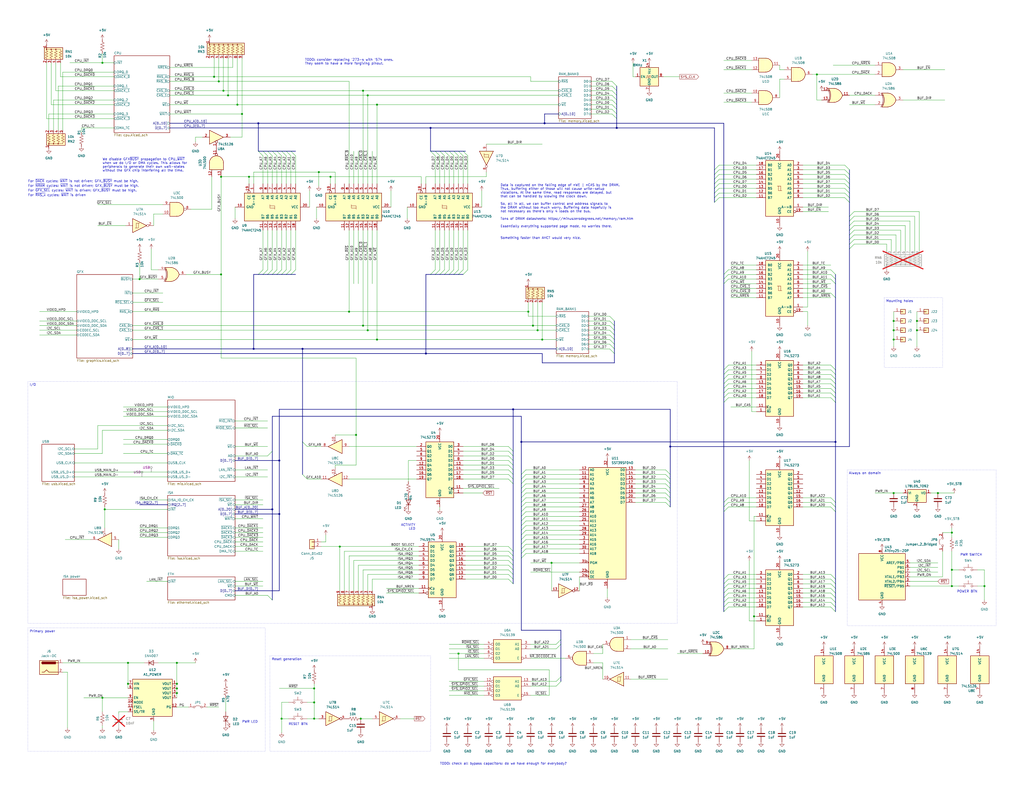
<source format=kicad_sch>
(kicad_sch (version 20231120) (generator "eeschema") (generator_version "8.0")
  (paper "C")
  (title_block (title "Anachron uATX Main Sheet") (date "2024-02-07") (company "Modular Circuits"))
  (junction (at 55.88 381))
  (junction (at 171.45 383.54))
  (junction (at 519.43 290.83))
  (junction (at 69.85 373.38))
  (junction (at 290.83 177.8))
  (junction (at 153.67 392.43))
  (junction (at 190.5 170.18))
  (junction (at 96.52 378.46))
  (junction (at 140.97 67.31))
  (junction (at 76.2 152.4))
  (junction (at 200.66 52.07))
  (junction (at 69.85 361.95))
  (junction (at 194.31 237.49))
  (junction (at 198.12 49.53))
  (junction (at 148.59 278.13))
  (junction (at 135.89 96.52))
  (junction (at 138.43 190.5))
  (junction (at 96.52 375.92))
  (junction (at 116.84 41.91))
  (junction (at 487.68 180.34))
  (junction (at 365.76 243.84))
  (junction (at 487.68 175.26))
  (junction (at 198.12 177.8))
  (junction (at 200.66 180.34))
  (junction (at 171.45 392.43))
  (junction (at 55.88 34.29))
  (junction (at 165.1 190.5))
  (junction (at 129.54 57.15))
  (junction (at 180.34 96.52))
  (junction (at 57.15 278.13))
  (junction (at 284.48 241.3))
  (junction (at 205.74 57.15))
  (junction (at 511.81 269.24))
  (junction (at 171.45 375.92))
  (junction (at 120.65 96.52))
  (junction (at 250.19 356.87))
  (junction (at 500.38 175.26))
  (junction (at 132.08 62.23))
  (junction (at 297.18 67.31))
  (junction (at 96.52 361.95))
  (junction (at 234.95 69.85))
  (junction (at 152.4 251.46))
  (junction (at 152.4 280.67))
  (junction (at 537.21 320.04))
  (junction (at 487.68 185.42))
  (junction (at 173.99 93.98))
  (junction (at 121.92 49.53))
  (junction (at 124.46 52.07))
  (junction (at 293.37 180.34))
  (junction (at 120.65 149.86))
  (junction (at 455.93 241.3))
  (junction (at 487.68 269.24))
  (junction (at 336.55 69.85))
  (junction (at 232.41 193.04))
  (junction (at 288.29 170.18))
  (junction (at 196.85 392.43))
  (junction (at 295.91 185.42))
  (junction (at 185.42 298.45))
  (junction (at 280.035 223.52))
  (junction (at 119.38 44.45))
  (junction (at 96.52 373.38))
  (junction (at 500.38 180.34))
  (junction (at 519.43 311.15))
  (junction (at 411.48 336.55))
  (junction (at 519.43 320.04))
  (junction (at 205.74 185.42))
  (junction (at 445.77 40.64))
  (junction (at 300.99 307.34))
  (bus_entry (at 280.035 308.61) (size -2.54 -2.54))
  (bus_entry (at 363.22 261.62) (size 2.54 2.54))
  (bus_entry (at 280.035 313.69) (size -2.54 -2.54))
  (bus_entry (at 463.55 128.27) (size 2.54 -2.54))
  (bus_entry (at 280.035 311.15) (size -2.54 -2.54))
  (bus_entry (at 334.01 54.61) (size 2.54 2.54))
  (bus_entry (at 148.59 149.86) (size 2.54 -2.54))
  (bus_entry (at 455.93 154.94) (size -2.54 -2.54))
  (bus_entry (at 455.93 321.31) (size -2.54 -2.54))
  (bus_entry (at 280.035 248.92) (size -2.54 -2.54))
  (bus_entry (at 284.48 294.64) (size 2.54 -2.54))
  (bus_entry (at 394.97 323.85) (size 2.54 -2.54))
  (bus_entry (at 455.93 328.93) (size -2.54 -2.54))
  (bus_entry (at 455.93 152.4) (size -2.54 -2.54))
  (bus_entry (at 334.01 62.23) (size 2.54 2.54))
  (bus_entry (at 237.49 82.55) (size 2.54 2.54))
  (bus_entry (at 463.55 105.41) (size -2.54 -2.54))
  (bus_entry (at 389.89 102.87) (size 2.54 -2.54))
  (bus_entry (at 280.035 261.62) (size -2.54 -2.54))
  (bus_entry (at 284.48 276.86) (size 2.54 -2.54))
  (bus_entry (at 394.97 212.09) (size 2.54 -2.54))
  (bus_entry (at 284.48 266.7) (size 2.54 -2.54))
  (bus_entry (at 284.48 292.1) (size 2.54 -2.54))
  (bus_entry (at 280.035 256.54) (size -2.54 -2.54))
  (bus_entry (at 455.93 201.93) (size -2.54 -2.54))
  (bus_entry (at 240.03 149.86) (size 2.54 -2.54))
  (bus_entry (at 250.19 82.55) (size 2.54 2.54))
  (bus_entry (at 280.035 303.53) (size -2.54 -2.54))
  (bus_entry (at 284.48 271.78) (size 2.54 -2.54))
  (bus_entry (at 284.48 299.72) (size 2.54 -2.54))
  (bus_entry (at 247.65 149.86) (size 2.54 -2.54))
  (bus_entry (at 306.07 369.57) (size -2.54 2.54))
  (bus_entry (at 463.55 97.79) (size -2.54 -2.54))
  (bus_entry (at 334.01 49.53) (size 2.54 2.54))
  (bus_entry (at 280.035 316.23) (size -2.54 -2.54))
  (bus_entry (at 455.93 149.86) (size -2.54 -2.54))
  (bus_entry (at 455.93 217.17) (size -2.54 -2.54))
  (bus_entry (at 455.93 316.23) (size -2.54 -2.54))
  (bus_entry (at 148.59 82.55) (size 2.54 2.54))
  (bus_entry (at 455.93 162.56) (size -2.54 -2.54))
  (bus_entry (at 394.97 326.39) (size 2.54 -2.54))
  (bus_entry (at 455.93 334.01) (size -2.54 -2.54))
  (bus_entry (at 284.48 274.32) (size 2.54 -2.54))
  (bus_entry (at 463.55 102.87) (size -2.54 -2.54))
  (bus_entry (at 463.55 130.81) (size 2.54 -2.54))
  (bus_entry (at 463.55 107.95) (size -2.54 -2.54))
  (bus_entry (at 463.55 100.33) (size -2.54 -2.54))
  (bus_entry (at 455.93 204.47) (size -2.54 -2.54))
  (bus_entry (at 455.93 212.09) (size -2.54 -2.54))
  (bus_entry (at 280.035 318.77) (size -2.54 -2.54))
  (bus_entry (at 394.97 152.4) (size 2.54 -2.54))
  (bus_entry (at 463.55 110.49) (size -2.54 -2.54))
  (bus_entry (at 234.95 82.55) (size 2.54 2.54))
  (bus_entry (at 332.74 180.34) (size 2.54 2.54))
  (bus_entry (at 234.95 149.86) (size 2.54 -2.54))
  (bus_entry (at 394.97 209.55) (size 2.54 -2.54))
  (bus_entry (at 237.49 149.86) (size 2.54 -2.54))
  (bus_entry (at 455.93 219.71) (size -2.54 -2.54))
  (bus_entry (at 394.97 318.77) (size 2.54 -2.54))
  (bus_entry (at 455.93 323.85) (size -2.54 -2.54))
  (bus_entry (at 284.48 279.4) (size 2.54 -2.54))
  (bus_entry (at 334.01 52.07) (size 2.54 2.54))
  (bus_entry (at 389.89 92.71) (size 2.54 -2.54))
  (bus_entry (at 284.48 289.56) (size 2.54 -2.54))
  (bus_entry (at 280.035 259.08) (size -2.54 -2.54))
  (bus_entry (at 455.93 326.39) (size -2.54 -2.54))
  (bus_entry (at 156.21 149.86) (size 2.54 -2.54))
  (bus_entry (at 394.97 154.94) (size 2.54 -2.54))
  (bus_entry (at 284.48 269.24) (size 2.54 -2.54))
  (bus_entry (at 455.93 331.47) (size -2.54 -2.54))
  (bus_entry (at 332.74 187.96) (size 2.54 2.54))
  (bus_entry (at 284.48 297.18) (size 2.54 -2.54))
  (bus_entry (at 284.48 287.02) (size 2.54 -2.54))
  (bus_entry (at 245.11 82.55) (size 2.54 2.54))
  (bus_entry (at 284.48 259.08) (size 2.54 -2.54))
  (bus_entry (at 463.55 125.73) (size 2.54 -2.54))
  (bus_entry (at 389.89 105.41) (size 2.54 -2.54))
  (bus_entry (at 167.64 243.84) (size -2.54 -2.54))
  (bus_entry (at 389.89 110.49) (size 2.54 -2.54))
  (bus_entry (at 389.89 100.33) (size 2.54 -2.54))
  (bus_entry (at 284.48 284.48) (size 2.54 -2.54))
  (bus_entry (at 394.97 316.23) (size 2.54 -2.54))
  (bus_entry (at 363.22 266.7) (size 2.54 2.54))
  (bus_entry (at 363.22 271.78) (size 2.54 2.54))
  (bus_entry (at 389.89 97.79) (size 2.54 -2.54))
  (bus_entry (at 250.19 149.86) (size 2.54 -2.54))
  (bus_entry (at 334.01 57.15) (size 2.54 2.54))
  (bus_entry (at 156.21 82.55) (size 2.54 2.54))
  (bus_entry (at 363.22 274.32) (size 2.54 2.54))
  (bus_entry (at 394.97 219.71) (size 2.54 -2.54))
  (bus_entry (at 303.53 354.33) (size 2.54 -2.54))
  (bus_entry (at 153.67 82.55) (size 2.54 2.54))
  (bus_entry (at 455.93 274.32) (size -2.54 -2.54))
  (bus_entry (at 280.035 306.07) (size -2.54 -2.54))
  (bus_entry (at 394.97 334.01) (size 2.54 -2.54))
  (bus_entry (at 463.55 133.35) (size 2.54 -2.54))
  (bus_entry (at 332.74 190.5) (size 2.54 2.54))
  (bus_entry (at 242.57 82.55) (size 2.54 2.54))
  (bus_entry (at 143.51 82.55) (size 2.54 2.54))
  (bus_entry (at 332.74 172.72) (size 2.54 2.54))
  (bus_entry (at 140.97 82.55) (size 2.54 2.54))
  (bus_entry (at 455.93 214.63) (size -2.54 -2.54))
  (bus_entry (at 146.05 82.55) (size 2.54 2.54))
  (bus_entry (at 242.57 149.86) (size 2.54 -2.54))
  (bus_entry (at 463.55 120.65) (size 2.54 -2.54))
  (bus_entry (at 363.22 264.16) (size 2.54 2.54))
  (bus_entry (at 394.97 204.47) (size 2.54 -2.54))
  (bus_entry (at 167.64 261.62) (size -2.54 -2.54))
  (bus_entry (at 394.97 201.93) (size 2.54 -2.54))
  (bus_entry (at 389.89 107.95) (size 2.54 -2.54))
  (bus_entry (at 332.74 185.42) (size 2.54 2.54))
  (bus_entry (at 455.93 279.4) (size -2.54 -2.54))
  (bus_entry (at 153.67 149.86) (size 2.54 -2.54))
  (bus_entry (at 245.11 149.86) (size 2.54 -2.54))
  (bus_entry (at 394.97 274.32) (size 2.54 -2.54))
  (bus_entry (at 247.65 82.55) (size 2.54 2.54))
  (bus_entry (at 463.55 95.25) (size -2.54 -2.54))
  (bus_entry (at 252.73 149.86) (size 2.54 -2.54))
  (bus_entry (at 280.035 246.38) (size -2.54 -2.54))
  (bus_entry (at 463.55 92.71) (size -2.54 -2.54))
  (bus_entry (at 394.97 214.63) (size 2.54 -2.54))
  (bus_entry (at 146.05 149.86) (size 2.54 -2.54))
  (bus_entry (at 394.97 149.86) (size 2.54 -2.54))
  (bus_entry (at 455.93 209.55) (size -2.54 -2.54))
  (bus_entry (at 332.74 182.88) (size 2.54 2.54))
  (bus_entry (at 394.97 207.01) (size 2.54 -2.54))
  (bus_entry (at 394.97 331.47) (size 2.54 -2.54))
  (bus_entry (at 334.01 44.45) (size 2.54 2.54))
  (bus_entry (at 158.75 149.86) (size 2.54 -2.54))
  (bus_entry (at 394.97 217.17) (size 2.54 -2.54))
  (bus_entry (at 332.74 175.26) (size 2.54 2.54))
  (bus_entry (at 143.51 149.86) (size 2.54 -2.54))
  (bus_entry (at 280.035 254) (size -2.54 -2.54))
  (bus_entry (at 303.53 351.79) (size 2.54 -2.54))
  (bus_entry (at 284.48 281.94) (size 2.54 -2.54))
  (bus_entry (at 394.97 321.31) (size 2.54 -2.54))
  (bus_entry (at 463.55 135.89) (size 2.54 -2.54))
  (bus_entry (at 146.05 325.12) (size 2.54 2.54))
  (bus_entry (at 280.035 251.46) (size -2.54 -2.54))
  (bus_entry (at 455.93 207.01) (size -2.54 -2.54))
  (bus_entry (at 158.75 82.55) (size 2.54 2.54))
  (bus_entry (at 363.22 269.24) (size 2.54 2.54))
  (bus_entry (at 240.03 82.55) (size 2.54 2.54))
  (bus_entry (at 394.97 276.86) (size 2.54 -2.54))
  (bus_entry (at 280.035 300.99) (size -2.54 -2.54))
  (bus_entry (at 334.01 46.99) (size 2.54 2.54))
  (bus_entry (at 394.97 279.4) (size 2.54 -2.54))
  (bus_entry (at 363.22 256.54) (size 2.54 2.54))
  (bus_entry (at 284.48 261.62) (size 2.54 -2.54))
  (bus_entry (at 463.55 118.11) (size 2.54 -2.54))
  (bus_entry (at 151.13 82.55) (size 2.54 2.54))
  (bus_entry (at 455.93 276.86) (size -2.54 -2.54))
  (bus_entry (at 284.48 304.8) (size 2.54 -2.54))
  (bus_entry (at 389.89 95.25) (size 2.54 -2.54))
  (bus_entry (at 332.74 177.8) (size 2.54 2.54))
  (bus_entry (at 280.035 264.16) (size -2.54 -2.54))
  (bus_entry (at 284.48 302.26) (size 2.54 -2.54))
  (bus_entry (at 140.97 149.86) (size 2.54 -2.54))
  (bus_entry (at 363.22 259.08) (size 2.54 2.54))
  (bus_entry (at 146.05 248.92) (size 2.54 -2.54))
  (bus_entry (at 252.73 82.55) (size 2.54 2.54))
  (bus_entry (at 463.55 123.19) (size 2.54 -2.54))
  (bus_entry (at 306.07 372.11) (size -2.54 2.54))
  (bus_entry (at 455.93 318.77) (size -2.54 -2.54))
  (bus_entry (at 394.97 328.93) (size 2.54 -2.54))
  (bus_entry (at 151.13 149.86) (size 2.54 -2.54))
  (bus_entry (at 334.01 59.69) (size 2.54 2.54))
  (bus_entry (at 284.48 264.16) (size 2.54 -2.54))
  (wire (pts (xy 397.51 271.78) (xy 412.75 271.78)))
  (wire (pts (xy 91.44 273.05) (xy 76.2 273.05)))
  (wire (pts (xy 501.65 137.16) (xy 501.65 115.57)))
  (wire (pts (xy 55.88 381) (xy 69.85 381)))
  (wire (pts (xy 250.19 85.09) (xy 250.19 100.33)))
  (wire (pts (xy 487.68 180.34) (xy 487.68 185.42)))
  (wire (pts (xy 397.51 328.93) (xy 412.75 328.93)))
  (wire (pts (xy 38.1 34.29) (xy 55.88 34.29)))
  (bus (pts (xy 394.97 316.23) (xy 394.97 318.77)))
  (wire (pts (xy 499.11 137.16) (xy 499.11 118.11)))
  (wire (pts (xy 57.15 278.13) (xy 57.15 288.29)))
  (wire (pts (xy 264.16 359.41) (xy 245.11 359.41)))
  (bus (pts (xy 394.97 321.31) (xy 394.97 323.85)))
  (bus (pts (xy 336.55 64.77) (xy 336.55 69.85)))
  (wire (pts (xy 277.495 259.08) (xy 252.73 259.08)))
  (wire (pts (xy 496.57 307.34) (xy 511.81 307.34)))
  (wire (pts (xy 392.43 97.79) (xy 412.75 97.79)))
  (wire (pts (xy 69.85 373.38) (xy 69.85 361.95)))
  (wire (pts (xy 153.67 383.54) (xy 153.67 392.43)))
  (wire (pts (xy 321.31 172.72) (xy 332.74 172.72)))
  (wire (pts (xy 200.66 125.73) (xy 200.66 180.34)))
  (bus (pts (xy 394.97 274.32) (xy 394.97 276.86)))
  (bus (pts (xy 143.51 82.55) (xy 140.97 82.55)))
  (wire (pts (xy 519.43 311.15) (xy 519.43 320.04)))
  (wire (pts (xy 91.44 234.95) (xy 55.88 234.95)))
  (bus (pts (xy 140.97 149.86) (xy 138.43 149.86)))
  (bus (pts (xy 455.93 274.32) (xy 455.93 276.86)))
  (wire (pts (xy 132.08 74.93) (xy 132.08 62.23)))
  (wire (pts (xy 425.45 38.1) (xy 425.45 35.56)))
  (wire (pts (xy 392.43 105.41) (xy 412.75 105.41)))
  (wire (pts (xy 194.31 237.49) (xy 194.31 254)))
  (wire (pts (xy 397.51 201.93) (xy 412.75 201.93)))
  (wire (pts (xy 398.78 354.33) (xy 411.48 354.33)))
  (bus (pts (xy 455.93 219.71) (xy 455.93 241.3)))
  (wire (pts (xy 193.04 125.73) (xy 193.04 154.94)))
  (wire (pts (xy 265.43 93.98) (xy 265.43 96.52)))
  (wire (pts (xy 412.75 339.09) (xy 408.94 339.09)))
  (bus (pts (xy 295.91 198.12) (xy 335.28 198.12)))
  (bus (pts (xy 335.28 180.34) (xy 335.28 182.88)))
  (wire (pts (xy 26.67 62.23) (xy 62.23 62.23)))
  (bus (pts (xy 284.48 344.17) (xy 306.07 344.17)))
  (wire (pts (xy 113.03 386.08) (xy 119.38 386.08)))
  (wire (pts (xy 91.44 222.25) (xy 67.31 222.25)))
  (wire (pts (xy 64.77 294.64) (xy 64.77 299.72)))
  (wire (pts (xy 322.58 59.69) (xy 334.01 59.69)))
  (bus (pts (xy 455.93 162.56) (xy 455.93 201.93)))
  (wire (pts (xy 264.16 377.19) (xy 245.11 377.19)))
  (bus (pts (xy 245.11 82.55) (xy 242.57 82.55)))
  (bus (pts (xy 389.89 92.71) (xy 389.89 95.25)))
  (wire (pts (xy 232.41 100.33) (xy 232.41 96.52)))
  (wire (pts (xy 21.59 170.18) (xy 41.91 170.18)))
  (wire (pts (xy 151.13 85.09) (xy 151.13 100.33)))
  (wire (pts (xy 277.495 246.38) (xy 252.73 246.38)))
  (bus (pts (xy 297.18 62.23) (xy 297.18 67.31)))
  (wire (pts (xy 453.39 199.39) (xy 438.15 199.39)))
  (wire (pts (xy 146.05 325.12) (xy 128.27 325.12)))
  (wire (pts (xy 198.12 125.73) (xy 198.12 177.8)))
  (bus (pts (xy 284.48 281.94) (xy 284.48 284.48)))
  (bus (pts (xy 394.97 323.85) (xy 394.97 326.39)))
  (wire (pts (xy 104.14 114.3) (xy 115.57 114.3)))
  (wire (pts (xy 293.37 165.1) (xy 293.37 180.34)))
  (wire (pts (xy 185.42 322.58) (xy 185.42 298.45)))
  (wire (pts (xy 168.91 104.14) (xy 168.91 113.03)))
  (bus (pts (xy 140.97 67.31) (xy 140.97 82.55)))
  (bus (pts (xy 455.93 323.85) (xy 455.93 326.39)))
  (wire (pts (xy 180.34 96.52) (xy 135.89 96.52)))
  (wire (pts (xy 21.59 175.26) (xy 41.91 175.26)))
  (wire (pts (xy 438.15 162.56) (xy 453.39 162.56)))
  (wire (pts (xy 55.88 29.21) (xy 55.88 34.29)))
  (wire (pts (xy 287.02 264.16) (xy 316.23 264.16)))
  (bus (pts (xy 148.59 149.86) (xy 146.05 149.86)))
  (bus (pts (xy 365.76 223.52) (xy 280.035 223.52)))
  (wire (pts (xy 227.33 261.62) (xy 190.5 261.62)))
  (bus (pts (xy 148.59 278.13) (xy 148.59 327.66)))
  (wire (pts (xy 44.45 69.85) (xy 62.23 69.85)))
  (wire (pts (xy 289.56 41.91) (xy 289.56 44.45)))
  (bus (pts (xy 365.76 271.78) (xy 365.76 274.32)))
  (wire (pts (xy 158.75 125.73) (xy 158.75 147.32)))
  (wire (pts (xy 453.39 204.47) (xy 438.15 204.47)))
  (wire (pts (xy 101.6 149.86) (xy 120.65 149.86)))
  (wire (pts (xy 346.71 266.7) (xy 363.22 266.7)))
  (wire (pts (xy 120.65 96.52) (xy 120.65 149.86)))
  (wire (pts (xy 453.39 274.32) (xy 438.15 274.32)))
  (wire (pts (xy 53.34 232.41) (xy 53.34 245.11)))
  (wire (pts (xy 21.59 182.88) (xy 41.91 182.88)))
  (bus (pts (xy 463.55 118.11) (xy 463.55 120.65)))
  (wire (pts (xy 213.36 104.14) (xy 213.36 113.03)))
  (bus (pts (xy 237.49 149.86) (xy 234.95 149.86)))
  (wire (pts (xy 277.495 261.62) (xy 252.73 261.62)))
  (wire (pts (xy 121.92 49.53) (xy 198.12 49.53)))
  (bus (pts (xy 455.93 212.09) (xy 455.93 214.63)))
  (wire (pts (xy 321.31 177.8) (xy 332.74 177.8)))
  (bus (pts (xy 463.55 128.27) (xy 463.55 130.81)))
  (wire (pts (xy 453.39 328.93) (xy 438.15 328.93)))
  (bus (pts (xy 365.76 274.32) (xy 365.76 276.86)))
  (wire (pts (xy 500.38 175.26) (xy 500.38 180.34)))
  (wire (pts (xy 453.39 157.48) (xy 438.15 157.48)))
  (bus (pts (xy 463.55 130.81) (xy 463.55 133.35)))
  (wire (pts (xy 203.2 82.55) (xy 203.2 100.33)))
  (wire (pts (xy 287.02 259.08) (xy 316.23 259.08)))
  (bus (pts (xy 455.93 276.86) (xy 455.93 279.4)))
  (bus (pts (xy 280.035 248.92) (xy 280.035 251.46)))
  (wire (pts (xy 321.31 185.42) (xy 332.74 185.42)))
  (wire (pts (xy 171.45 375.92) (xy 171.45 383.54)))
  (bus (pts (xy 250.19 82.55) (xy 247.65 82.55)))
  (wire (pts (xy 21.59 180.34) (xy 41.91 180.34)))
  (wire (pts (xy 461.01 105.41) (xy 438.15 105.41)))
  (bus (pts (xy 151.13 149.86) (xy 148.59 149.86)))
  (wire (pts (xy 321.31 175.26) (xy 332.74 175.26)))
  (wire (pts (xy 45.72 381) (xy 55.88 381)))
  (wire (pts (xy 121.92 31.75) (xy 121.92 49.53)))
  (bus (pts (xy 128.27 322.58) (xy 152.4 322.58)))
  (wire (pts (xy 288.29 172.72) (xy 288.29 170.18)))
  (wire (pts (xy 242.57 125.73) (xy 242.57 147.32)))
  (wire (pts (xy 398.78 154.94) (xy 412.75 154.94)))
  (bus (pts (xy 165.1 241.3) (xy 165.1 259.08)))
  (bus (pts (xy 455.93 201.93) (xy 455.93 204.47)))
  (wire (pts (xy 157.48 383.54) (xy 153.67 383.54)))
  (wire (pts (xy 287.02 276.86) (xy 316.23 276.86)))
  (bus (pts (xy 148.59 227.33) (xy 148.59 246.38)))
  (wire (pts (xy 198.12 49.53) (xy 198.12 100.33)))
  (wire (pts (xy 64.77 389.89) (xy 64.77 388.62)))
  (wire (pts (xy 453.39 271.78) (xy 438.15 271.78)))
  (wire (pts (xy 205.74 185.42) (xy 295.91 185.42)))
  (bus (pts (xy 455.93 326.39) (xy 455.93 328.93)))
  (wire (pts (xy 322.58 52.07) (xy 334.01 52.07)))
  (bus (pts (xy 306.07 351.79) (xy 306.07 349.25)))
  (wire (pts (xy 193.04 82.55) (xy 193.04 100.33)))
  (wire (pts (xy 461.01 95.25) (xy 438.15 95.25)))
  (bus (pts (xy 284.48 264.16) (xy 284.48 266.7)))
  (wire (pts (xy 143.51 288.29) (xy 128.27 288.29)))
  (bus (pts (xy 455.93 207.01) (xy 455.93 209.55)))
  (wire (pts (xy 397.51 331.47) (xy 412.75 331.47)))
  (wire (pts (xy 96.52 378.46) (xy 96.52 381)))
  (wire (pts (xy 322.58 46.99) (xy 334.01 46.99)))
  (wire (pts (xy 519.43 290.83) (xy 519.43 293.37)))
  (wire (pts (xy 128.27 317.5) (xy 143.51 317.5)))
  (wire (pts (xy 496.57 320.04) (xy 519.43 320.04)))
  (wire (pts (xy 193.04 306.07) (xy 193.04 322.58)))
  (wire (pts (xy 91.44 227.33) (xy 67.31 227.33)))
  (bus (pts (xy 463.55 97.79) (xy 463.55 100.33)))
  (wire (pts (xy 398.78 162.56) (xy 412.75 162.56)))
  (bus (pts (xy 232.41 193.04) (xy 295.91 193.04)))
  (wire (pts (xy 492.76 54.61) (xy 515.62 54.61)))
  (bus (pts (xy 284.48 302.26) (xy 284.48 304.8)))
  (wire (pts (xy 92.71 57.15) (xy 129.54 57.15)))
  (wire (pts (xy 198.12 177.8) (xy 290.83 177.8)))
  (wire (pts (xy 91.44 232.41) (xy 53.34 232.41)))
  (wire (pts (xy 394.97 55.88) (xy 410.21 55.88)))
  (bus (pts (xy 455.93 152.4) (xy 455.93 154.94)))
  (bus (pts (xy 394.97 217.17) (xy 394.97 219.71)))
  (wire (pts (xy 453.39 326.39) (xy 438.15 326.39)))
  (bus (pts (xy 336.55 46.99) (xy 336.55 49.53)))
  (wire (pts (xy 205.74 57.15) (xy 205.74 100.33)))
  (bus (pts (xy 284.48 304.8) (xy 284.48 344.17)))
  (wire (pts (xy 289.56 312.42) (xy 316.23 312.42)))
  (wire (pts (xy 69.85 375.92) (xy 69.85 373.38)))
  (wire (pts (xy 288.29 165.1) (xy 288.29 170.18)))
  (wire (pts (xy 205.74 125.73) (xy 205.74 185.42)))
  (wire (pts (xy 143.51 293.37) (xy 128.27 293.37)))
  (wire (pts (xy 55.88 234.95) (xy 55.88 247.65)))
  (wire (pts (xy 121.92 49.53) (xy 92.71 49.53)))
  (bus (pts (xy 336.55 59.69) (xy 336.55 62.23)))
  (bus (pts (xy 394.97 67.31) (xy 394.97 149.86)))
  (bus (pts (xy 394.97 326.39) (xy 394.97 328.93)))
  (wire (pts (xy 120.65 96.52) (xy 135.89 96.52)))
  (wire (pts (xy 408.94 251.46) (xy 408.94 284.48)))
  (wire (pts (xy 438.15 113.03) (xy 452.12 113.03)))
  (wire (pts (xy 519.43 288.29) (xy 519.43 290.83)))
  (wire (pts (xy 106.68 74.93) (xy 106.68 77.47)))
  (bus (pts (xy 336.55 69.85) (xy 389.89 69.85)))
  (wire (pts (xy 397.51 207.01) (xy 412.75 207.01)))
  (wire (pts (xy 277.495 298.45) (xy 254 298.45)))
  (wire (pts (xy 64.77 388.62) (xy 69.85 388.62)))
  (bus (pts (xy 389.89 107.95) (xy 389.89 110.49)))
  (wire (pts (xy 346.71 256.54) (xy 363.22 256.54)))
  (bus (pts (xy 232.41 149.86) (xy 232.41 193.04)))
  (wire (pts (xy 453.39 323.85) (xy 438.15 323.85)))
  (bus (pts (xy 455.93 204.47) (xy 455.93 207.01)))
  (wire (pts (xy 445.77 54.61) (xy 445.77 40.64)))
  (wire (pts (xy 410.21 191.77) (xy 410.21 224.79)))
  (bus (pts (xy 463.55 110.49) (xy 463.55 118.11)))
  (wire (pts (xy 229.87 100.33) (xy 229.87 96.52)))
  (wire (pts (xy 264.16 372.11) (xy 245.11 372.11)))
  (wire (pts (xy 200.66 313.69) (xy 200.66 322.58)))
  (wire (pts (xy 120.65 195.58) (xy 194.31 195.58)))
  (wire (pts (xy 397.51 321.31) (xy 412.75 321.31)))
  (wire (pts (xy 303.53 351.79) (xy 289.56 351.79)))
  (wire (pts (xy 466.09 130.81) (xy 486.41 130.81)))
  (wire (pts (xy 128.27 260.35) (xy 146.05 260.35)))
  (wire (pts (xy 519.43 300.99) (xy 519.43 311.15)))
  (wire (pts (xy 466.09 118.11) (xy 499.11 118.11)))
  (wire (pts (xy 53.34 111.76) (xy 88.9 111.76)))
  (wire (pts (xy 463.55 52.07) (xy 477.52 52.07)))
  (wire (pts (xy 461.01 100.33) (xy 438.15 100.33)))
  (wire (pts (xy 153.67 392.43) (xy 153.67 400.05)))
  (bus (pts (xy 284.48 241.3) (xy 455.93 241.3)))
  (wire (pts (xy 171.45 392.43) (xy 173.99 392.43)))
  (wire (pts (xy 466.09 123.19) (xy 494.03 123.19)))
  (wire (pts (xy 175.26 261.62) (xy 167.64 261.62)))
  (wire (pts (xy 177.8 295.91) (xy 177.8 292.1)))
  (wire (pts (xy 438.15 149.86) (xy 453.39 149.86)))
  (wire (pts (xy 461.01 92.71) (xy 438.15 92.71)))
  (bus (pts (xy 152.4 251.46) (xy 152.4 280.67)))
  (wire (pts (xy 308.61 359.41) (xy 289.56 359.41)))
  (wire (pts (xy 228.6 311.15) (xy 198.12 311.15)))
  (wire (pts (xy 277.495 248.92) (xy 252.73 248.92)))
  (wire (pts (xy 91.44 252.73) (xy 40.64 252.73)))
  (wire (pts (xy 245.11 85.09) (xy 245.11 100.33)))
  (wire (pts (xy 247.65 85.09) (xy 247.65 100.33)))
  (wire (pts (xy 264.16 356.87) (xy 250.19 356.87)))
  (wire (pts (xy 397.51 313.69) (xy 412.75 313.69)))
  (bus (pts (xy 284.48 274.32) (xy 284.48 276.86)))
  (wire (pts (xy 412.75 224.79) (xy 410.21 224.79)))
  (bus (pts (xy 455.93 209.55) (xy 455.93 212.09)))
  (bus (pts (xy 250.19 149.86) (xy 247.65 149.86)))
  (bus (pts (xy 365.76 261.62) (xy 365.76 264.16)))
  (bus (pts (xy 463.55 123.19) (xy 463.55 125.73)))
  (bus (pts (xy 280.035 256.54) (xy 280.035 259.08)))
  (wire (pts (xy 287.02 292.1) (xy 316.23 292.1)))
  (wire (pts (xy 72.39 165.1) (xy 88.9 165.1)))
  (wire (pts (xy 146.05 125.73) (xy 146.05 147.32)))
  (bus (pts (xy 284.48 241.3) (xy 284.48 259.08)))
  (wire (pts (xy 287.02 294.64) (xy 316.23 294.64)))
  (wire (pts (xy 91.44 240.03) (xy 67.31 240.03)))
  (wire (pts (xy 33.02 41.91) (xy 33.02 34.29)))
  (wire (pts (xy 397.51 217.17) (xy 412.75 217.17)))
  (bus (pts (xy 365.76 243.84) (xy 365.76 223.52)))
  (wire (pts (xy 277.495 256.54) (xy 252.73 256.54)))
  (wire (pts (xy 466.09 120.65) (xy 496.57 120.65)))
  (wire (pts (xy 57.15 278.13) (xy 91.44 278.13)))
  (wire (pts (xy 250.19 356.87) (xy 245.11 356.87)))
  (wire (pts (xy 346.71 274.32) (xy 363.22 274.32)))
  (wire (pts (xy 438.15 170.18) (xy 440.69 170.18)))
  (wire (pts (xy 364.49 349.25) (xy 344.17 349.25)))
  (bus (pts (xy 389.89 105.41) (xy 389.89 107.95)))
  (wire (pts (xy 198.12 49.53) (xy 304.8 49.53)))
  (bus (pts (xy 158.75 149.86) (xy 161.29 149.86)))
  (wire (pts (xy 346.71 271.78) (xy 363.22 271.78)))
  (wire (pts (xy 397.51 204.47) (xy 412.75 204.47)))
  (wire (pts (xy 397.51 326.39) (xy 412.75 326.39)))
  (bus (pts (xy 284.48 297.18) (xy 284.48 299.72)))
  (bus (pts (xy 335.28 182.88) (xy 335.28 185.42)))
  (wire (pts (xy 322.58 57.15) (xy 334.01 57.15)))
  (wire (pts (xy 250.19 356.87) (xy 250.19 365.76)))
  (wire (pts (xy 287.02 269.24) (xy 316.23 269.24)))
  (wire (pts (xy 427.99 38.1) (xy 425.45 38.1)))
  (wire (pts (xy 461.01 90.17) (xy 438.15 90.17)))
  (wire (pts (xy 440.69 170.18) (xy 440.69 177.8)))
  (wire (pts (xy 127 31.75) (xy 127 36.83)))
  (wire (pts (xy 152.4 375.92) (xy 171.45 375.92)))
  (wire (pts (xy 453.39 316.23) (xy 438.15 316.23)))
  (wire (pts (xy 300.99 307.34) (xy 316.23 307.34)))
  (bus (pts (xy 455.93 154.94) (xy 455.93 162.56)))
  (wire (pts (xy 397.51 147.32) (xy 412.75 147.32)))
  (wire (pts (xy 143.51 295.91) (xy 128.27 295.91)))
  (wire (pts (xy 31.75 46.99) (xy 31.75 71.12)))
  (bus (pts (xy 389.89 69.85) (xy 389.89 92.71)))
  (bus (pts (xy 158.75 149.86) (xy 156.21 149.86)))
  (wire (pts (xy 69.85 361.95) (xy 78.74 361.95)))
  (bus (pts (xy 295.91 198.12) (xy 295.91 193.04)))
  (wire (pts (xy 488.95 128.27) (xy 488.95 137.16)))
  (wire (pts (xy 496.57 314.96) (xy 514.35 314.96)))
  (bus (pts (xy 151.13 82.55) (xy 148.59 82.55)))
  (bus (pts (xy 389.89 100.33) (xy 389.89 102.87)))
  (bus (pts (xy 394.97 154.94) (xy 394.97 201.93)))
  (wire (pts (xy 277.495 243.84) (xy 252.73 243.84)))
  (bus (pts (xy 463.55 95.25) (xy 463.55 97.79)))
  (bus (pts (xy 280.035 251.46) (xy 280.035 254)))
  (wire (pts (xy 128.27 320.04) (xy 143.51 320.04)))
  (wire (pts (xy 96.52 361.95) (xy 106.68 361.95)))
  (wire (pts (xy 287.02 266.7) (xy 316.23 266.7)))
  (wire (pts (xy 128.27 298.45) (xy 143.51 298.45)))
  (bus (pts (xy 336.55 49.53) (xy 336.55 52.07)))
  (bus (pts (xy 394.97 152.4) (xy 394.97 154.94)))
  (wire (pts (xy 53.34 245.11) (xy 40.64 245.11)))
  (wire (pts (xy 299.72 365.76) (xy 299.72 379.73)))
  (wire (pts (xy 125.73 74.93) (xy 132.08 74.93)))
  (wire (pts (xy 237.49 125.73) (xy 237.49 147.32)))
  (wire (pts (xy 173.99 93.98) (xy 173.99 101.6)))
  (wire (pts (xy 148.59 85.09) (xy 148.59 100.33)))
  (bus (pts (xy 335.28 193.04) (xy 335.28 198.12)))
  (wire (pts (xy 120.65 149.86) (xy 120.65 195.58)))
  (wire (pts (xy 55.88 381) (xy 55.88 388.62)))
  (bus (pts (xy 280.035 308.61) (xy 280.035 311.15)))
  (wire (pts (xy 287.02 256.54) (xy 316.23 256.54)))
  (wire (pts (xy 53.34 123.19) (xy 68.58 123.19)))
  (bus (pts (xy 284.48 289.56) (xy 284.48 292.1)))
  (bus (pts (xy 463.55 107.95) (xy 463.55 110.49)))
  (bus (pts (xy 304.8 62.23) (xy 297.18 62.23)))
  (wire (pts (xy 203.2 125.73) (xy 203.2 154.94)))
  (wire (pts (xy 287.02 279.4) (xy 316.23 279.4)))
  (wire (pts (xy 167.64 383.54) (xy 171.45 383.54)))
  (wire (pts (xy 277.495 254) (xy 252.73 254)))
  (wire (pts (xy 346.71 259.08) (xy 363.22 259.08)))
  (bus (pts (xy 284.48 279.4) (xy 284.48 281.94)))
  (wire (pts (xy 398.78 157.48) (xy 412.75 157.48)))
  (wire (pts (xy 323.85 356.87) (xy 328.93 356.87)))
  (wire (pts (xy 30.48 34.29) (xy 30.48 49.53)))
  (bus (pts (xy 336.55 62.23) (xy 336.55 64.77)))
  (bus (pts (xy 394.97 214.63) (xy 394.97 217.17)))
  (wire (pts (xy 124.46 52.07) (xy 200.66 52.07)))
  (wire (pts (xy 29.21 71.12) (xy 29.21 54.61)))
  (bus (pts (xy 455.93 331.47) (xy 455.93 334.01)))
  (wire (pts (xy 91.44 290.83) (xy 76.2 290.83)))
  (wire (pts (xy 265.43 78.74) (xy 295.91 78.74)))
  (wire (pts (xy 255.27 85.09) (xy 255.27 100.33)))
  (wire (pts (xy 227.33 251.46) (xy 222.885 251.46)))
  (bus (pts (xy 394.97 207.01) (xy 394.97 209.55)))
  (wire (pts (xy 173.99 93.98) (xy 182.88 93.98)))
  (bus (pts (xy 365.76 243.84) (xy 365.76 259.08)))
  (wire (pts (xy 487.68 175.26) (xy 487.68 180.34)))
  (bus (pts (xy 284.48 269.24) (xy 284.48 271.78)))
  (bus (pts (xy 280.035 259.08) (xy 280.035 261.62)))
  (wire (pts (xy 156.21 125.73) (xy 156.21 147.32)))
  (wire (pts (xy 153.67 392.43) (xy 157.48 392.43)))
  (wire (pts (xy 228.6 313.69) (xy 200.66 313.69)))
  (wire (pts (xy 264.16 354.33) (xy 245.11 354.33)))
  (bus (pts (xy 128.27 280.67) (xy 152.4 280.67)))
  (wire (pts (xy 272.415 266.7) (xy 252.73 266.7)))
  (wire (pts (xy 129.54 57.15) (xy 205.74 57.15)))
  (bus (pts (xy 394.97 318.77) (xy 394.97 321.31)))
  (wire (pts (xy 300.99 322.58) (xy 300.99 307.34)))
  (wire (pts (xy 200.66 52.07) (xy 200.66 100.33)))
  (bus (pts (xy 245.11 149.86) (xy 242.57 149.86)))
  (wire (pts (xy 346.71 261.62) (xy 363.22 261.62)))
  (wire (pts (xy 453.39 160.02) (xy 438.15 160.02)))
  (wire (pts (xy 483.87 133.35) (xy 483.87 137.16)))
  (wire (pts (xy 128.27 113.03) (xy 128.27 119.38)))
  (bus (pts (xy 234.95 82.55) (xy 234.95 69.85)))
  (bus (pts (xy 128.27 278.13) (xy 148.59 278.13)))
  (bus (pts (xy 365.76 264.16) (xy 365.76 266.7)))
  (bus (pts (xy 280.035 223.52) (xy 280.035 246.38)))
  (wire (pts (xy 289.56 307.34) (xy 300.99 307.34)))
  (bus (pts (xy 463.55 105.41) (xy 463.55 107.95)))
  (wire (pts (xy 83.82 398.78) (xy 83.82 393.7)))
  (wire (pts (xy 156.21 85.09) (xy 156.21 100.33)))
  (wire (pts (xy 29.21 54.61) (xy 62.23 54.61)))
  (bus (pts (xy 92.71 67.31) (xy 140.97 67.31)))
  (wire (pts (xy 287.02 299.72) (xy 316.23 299.72)))
  (wire (pts (xy 72.39 185.42) (xy 205.74 185.42)))
  (wire (pts (xy 277.495 303.53) (xy 254 303.53)))
  (wire (pts (xy 425.45 43.18) (xy 427.99 43.18)))
  (wire (pts (xy 321.31 182.88) (xy 332.74 182.88)))
  (wire (pts (xy 27.94 57.15) (xy 62.23 57.15)))
  (bus (pts (xy 280.035 303.53) (xy 280.035 306.07)))
  (wire (pts (xy 228.6 300.99) (xy 187.96 300.99)))
  (wire (pts (xy 397.51 149.86) (xy 412.75 149.86)))
  (wire (pts (xy 143.51 125.73) (xy 143.51 147.32)))
  (wire (pts (xy 252.73 85.09) (xy 252.73 100.33)))
  (wire (pts (xy 83.82 116.84) (xy 88.9 116.84)))
  (wire (pts (xy 190.5 44.45) (xy 190.5 100.33)))
  (bus (pts (xy 463.55 92.71) (xy 463.55 95.25)))
  (bus (pts (xy 365.76 259.08) (xy 365.76 261.62)))
  (wire (pts (xy 303.53 372.11) (xy 289.56 372.11)))
  (wire (pts (xy 128.27 300.99) (xy 143.51 300.99)))
  (wire (pts (xy 172.72 113.03) (xy 172.72 119.38)))
  (wire (pts (xy 229.87 96.52) (xy 180.34 96.52)))
  (wire (pts (xy 287.02 289.56) (xy 316.23 289.56)))
  (wire (pts (xy 218.44 392.43) (xy 226.06 392.43)))
  (bus (pts (xy 463.55 125.73) (xy 463.55 128.27)))
  (wire (pts (xy 83.82 123.19) (xy 83.82 116.84)))
  (wire (pts (xy 128.27 283.21) (xy 143.51 283.21)))
  (wire (pts (xy 242.57 85.09) (xy 242.57 100.33)))
  (wire (pts (xy 453.39 207.01) (xy 438.15 207.01)))
  (bus (pts (xy 234.95 149.86) (xy 232.41 149.86)))
  (wire (pts (xy 438.15 147.32) (xy 453.39 147.32)))
  (wire (pts (xy 537.21 320.04) (xy 537.21 327.66)))
  (wire (pts (xy 76.2 152.4) (xy 76.2 143.51)))
  (wire (pts (xy 398.78 160.02) (xy 412.75 160.02)))
  (bus (pts (xy 306.07 344.17) (xy 306.07 349.25)))
  (bus (pts (xy 152.4 280.67) (xy 152.4 322.58)))
  (bus (pts (xy 146.05 82.55) (xy 143.51 82.55)))
  (bus (pts (xy 284.48 259.08) (xy 284.48 261.62)))
  (bus (pts (xy 280.035 261.62) (xy 280.035 264.16)))
  (bus (pts (xy 152.4 223.52) (xy 152.4 251.46)))
  (wire (pts (xy 190.5 125.73) (xy 190.5 170.18)))
  (wire (pts (xy 287.02 274.32) (xy 316.23 274.32)))
  (wire (pts (xy 277.495 311.15) (xy 254 311.15)))
  (wire (pts (xy 361.95 41.91) (xy 370.84 41.91)))
  (wire (pts (xy 537.21 311.15) (xy 537.21 320.04)))
  (wire (pts (xy 364.49 370.84) (xy 344.17 370.84)))
  (bus (pts (xy 463.55 100.33) (xy 463.55 102.87)))
  (wire (pts (xy 196.85 392.43) (xy 203.2 392.43)))
  (wire (pts (xy 27.94 34.29) (xy 27.94 57.15)))
  (wire (pts (xy 146.05 85.09) (xy 146.05 100.33)))
  (wire (pts (xy 486.41 130.81) (xy 486.41 137.16)))
  (wire (pts (xy 194.31 237.49) (xy 182.88 237.49)))
  (wire (pts (xy 331.47 326.39) (xy 331.47 321.31)))
  (wire (pts (xy 123.19 381) (xy 123.19 388.62)))
  (bus (pts (xy 389.89 97.79) (xy 389.89 100.33)))
  (wire (pts (xy 394.97 38.1) (xy 410.21 38.1)))
  (wire (pts (xy 277.495 306.07) (xy 254 306.07)))
  (bus (pts (xy 463.55 133.35) (xy 463.55 135.89)))
  (wire (pts (xy 228.6 306.07) (xy 193.04 306.07)))
  (bus (pts (xy 463.55 102.87) (xy 463.55 105.41)))
  (wire (pts (xy 148.59 125.73) (xy 148.59 147.32)))
  (wire (pts (xy 91.44 293.37) (xy 76.2 293.37)))
  (bus (pts (xy 72.39 190.5) (xy 138.43 190.5)))
  (wire (pts (xy 31.75 46.99) (xy 62.23 46.99)))
  (wire (pts (xy 496.57 312.42) (xy 511.81 312.42)))
  (wire (pts (xy 115.57 96.52) (xy 115.57 114.3)))
  (wire (pts (xy 72.39 160.02) (xy 88.9 160.02)))
  (bus (pts (xy 280.035 311.15) (xy 280.035 313.69)))
  (wire (pts (xy 82.55 147.32) (xy 82.55 135.89)))
  (wire (pts (xy 34.29 361.95) (xy 69.85 361.95)))
  (wire (pts (xy 288.29 172.72) (xy 303.53 172.72)))
  (bus (pts (xy 455.93 279.4) (xy 455.93 316.23)))
  (bus (pts (xy 247.65 82.55) (xy 245.11 82.55)))
  (wire (pts (xy 76.2 152.4) (xy 86.36 152.4)))
  (bus (pts (xy 394.97 201.93) (xy 394.97 204.47)))
  (wire (pts (xy 91.44 317.5) (xy 80.01 317.5)))
  (bus (pts (xy 234.95 69.85) (xy 336.55 69.85)))
  (wire (pts (xy 119.38 44.45) (xy 92.71 44.45)))
  (wire (pts (xy 198.12 311.15) (xy 198.12 322.58)))
  (wire (pts (xy 91.44 247.65) (xy 67.31 247.65)))
  (wire (pts (xy 146.05 233.68) (xy 128.27 233.68)))
  (wire (pts (xy 397.51 274.32) (xy 412.75 274.32)))
  (wire (pts (xy 277.495 308.61) (xy 254 308.61)))
  (bus (pts (xy 394.97 149.86) (xy 394.97 152.4)))
  (wire (pts (xy 55.88 396.24) (xy 55.88 397.51)))
  (bus (pts (xy 254 82.55) (xy 252.73 82.55)))
  (wire (pts (xy 34.29 39.37) (xy 34.29 71.12)))
  (wire (pts (xy 171.45 373.38) (xy 171.45 375.92)))
  (wire (pts (xy 461.01 97.79) (xy 438.15 97.79)))
  (wire (pts (xy 303.53 177.8) (xy 290.83 177.8)))
  (wire (pts (xy 92.71 41.91) (xy 116.84 41.91)))
  (wire (pts (xy 91.44 242.57) (xy 67.31 242.57)))
  (bus (pts (xy 146.05 149.86) (xy 143.51 149.86)))
  (wire (pts (xy 496.57 137.16) (xy 496.57 120.65)))
  (wire (pts (xy 477.52 269.24) (xy 487.68 269.24)))
  (bus (pts (xy 394.97 204.47) (xy 394.97 207.01)))
  (wire (pts (xy 287.02 297.18) (xy 316.23 297.18)))
  (wire (pts (xy 514.35 300.99) (xy 514.35 314.96)))
  (wire (pts (xy 195.58 308.61) (xy 195.58 322.58)))
  (wire (pts (xy 487.68 170.18) (xy 487.68 175.26)))
  (wire (pts (xy 397.51 318.77) (xy 412.75 318.77)))
  (bus (pts (xy 455.93 318.77) (xy 455.93 321.31)))
  (bus (pts (xy 455.93 217.17) (xy 455.93 219.71)))
  (wire (pts (xy 322.58 44.45) (xy 334.01 44.45)))
  (bus (pts (xy 148.59 246.38) (xy 148.59 278.13)))
  (bus (pts (xy 240.03 82.55) (xy 237.49 82.55)))
  (wire (pts (xy 453.39 313.69) (xy 438.15 313.69)))
  (wire (pts (xy 86.36 361.95) (xy 96.52 361.95)))
  (wire (pts (xy 143.51 275.59) (xy 128.27 275.59)))
  (bus (pts (xy 455.93 316.23) (xy 455.93 318.77)))
  (wire (pts (xy 153.67 85.09) (xy 153.67 100.33)))
  (wire (pts (xy 190.5 44.45) (xy 119.38 44.45)))
  (wire (pts (xy 110.49 74.93) (xy 106.68 74.93)))
  (bus (pts (xy 455.93 328.93) (xy 455.93 331.47)))
  (wire (pts (xy 397.51 209.55) (xy 412.75 209.55)))
  (wire (pts (xy 96.52 375.92) (xy 96.52 378.46)))
  (bus (pts (xy 455.93 321.31) (xy 455.93 323.85)))
  (wire (pts (xy 92.71 62.23) (xy 132.08 62.23)))
  (wire (pts (xy 76.2 152.4) (xy 72.39 152.4)))
  (wire (pts (xy 397.51 316.23) (xy 412.75 316.23)))
  (bus (pts (xy 153.67 82.55) (xy 151.13 82.55)))
  (bus (pts (xy 148.59 82.55) (xy 146.05 82.55)))
  (bus (pts (xy 394.97 219.71) (xy 394.97 274.32)))
  (bus (pts (xy 280.035 313.69) (xy 280.035 316.23)))
  (bus (pts (xy 394.97 212.09) (xy 394.97 214.63)))
  (wire (pts (xy 453.39 321.31) (xy 438.15 321.31)))
  (wire (pts (xy 425.45 53.34) (xy 425.45 43.18)))
  (wire (pts (xy 228.6 321.31) (xy 210.82 321.31)))
  (bus (pts (xy 335.28 177.8) (xy 335.28 180.34)))
  (wire (pts (xy 398.78 222.25) (xy 412.75 222.25)))
  (wire (pts (xy 72.39 170.18) (xy 190.5 170.18)))
  (wire (pts (xy 412.75 284.48) (xy 408.94 284.48)))
  (wire (pts (xy 203.2 316.23) (xy 203.2 322.58)))
  (wire (pts (xy 86.36 147.32) (xy 82.55 147.32)))
  (wire (pts (xy 412.75 281.94) (xy 411.48 281.94)))
  (wire (pts (xy 287.02 287.02) (xy 316.23 287.02)))
  (wire (pts (xy 62.23 39.37) (xy 34.29 39.37)))
  (wire (pts (xy 116.84 31.75) (xy 116.84 41.91)))
  (wire (pts (xy 227.33 243.84) (xy 190.5 243.84)))
  (wire (pts (xy 62.23 41.91) (xy 33.02 41.91)))
  (bus (pts (xy 365.76 269.24) (xy 365.76 271.78)))
  (wire (pts (xy 96.52 373.38) (xy 96.52 375.92)))
  (wire (pts (xy 161.29 85.09) (xy 161.29 100.33)))
  (wire (pts (xy 252.73 125.73) (xy 252.73 147.32)))
  (bus (pts (xy 165.1 190.5) (xy 165.1 241.3)))
  (wire (pts (xy 146.05 248.92) (xy 128.27 248.92)))
  (bus (pts (xy 336.55 57.15) (xy 336.55 59.69)))
  (wire (pts (xy 453.39 154.94) (xy 438.15 154.94)))
  (wire (pts (xy 228.6 308.61) (xy 195.58 308.61)))
  (bus (pts (xy 280.035 223.52) (xy 152.4 223.52)))
  (wire (pts (xy 287.02 271.78) (xy 316.23 271.78)))
  (bus (pts (xy 394.97 328.93) (xy 394.97 331.47)))
  (bus (pts (xy 306.07 351.79) (xy 306.07 369.57)))
  (bus (pts (xy 284.48 284.48) (xy 284.48 287.02)))
  (wire (pts (xy 453.39 318.77) (xy 438.15 318.77)))
  (wire (pts (xy 397.51 323.85) (xy 412.75 323.85)))
  (wire (pts (xy 143.51 290.83) (xy 128.27 290.83)))
  (bus (pts (xy 335.28 175.26) (xy 335.28 177.8)))
  (bus (pts (xy 463.55 135.89) (xy 463.55 243.84)))
  (bus (pts (xy 455.93 241.3) (xy 455.93 274.32)))
  (wire (pts (xy 445.77 40.64) (xy 477.52 40.64)))
  (wire (pts (xy 25.4 64.77) (xy 62.23 64.77)))
  (wire (pts (xy 466.09 115.57) (xy 501.65 115.57)))
  (wire (pts (xy 392.43 102.87) (xy 412.75 102.87)))
  (bus (pts (xy 394.97 276.86) (xy 394.97 279.4)))
  (wire (pts (xy 394.97 33.02) (xy 410.21 33.02)))
  (wire (pts (xy 494.03 137.16) (xy 494.03 123.19)))
  (wire (pts (xy 321.31 190.5) (xy 332.74 190.5)))
  (bus (pts (xy 284.48 287.02) (xy 284.48 289.56)))
  (wire (pts (xy 194.31 195.58) (xy 194.31 237.49)))
  (bus (pts (xy 140.97 67.31) (xy 297.18 67.31)))
  (wire (pts (xy 408.94 306.07) (xy 408.94 339.09)))
  (bus (pts (xy 156.21 149.86) (xy 153.67 149.86)))
  (wire (pts (xy 443.23 40.64) (xy 445.77 40.64)))
  (wire (pts (xy 92.71 36.83) (xy 127 36.83)))
  (bus (pts (xy 158.75 82.55) (xy 156.21 82.55)))
  (wire (pts (xy 303.53 374.65) (xy 289.56 374.65)))
  (wire (pts (xy 91.44 288.29) (xy 76.2 288.29)))
  (wire (pts (xy 228.6 323.85) (xy 210.82 323.85)))
  (wire (pts (xy 175.26 295.91) (xy 177.8 295.91)))
  (wire (pts (xy 466.09 125.73) (xy 491.49 125.73)))
  (wire (pts (xy 277.495 316.23) (xy 254 316.23)))
  (wire (pts (xy 289.56 44.45) (xy 304.8 44.45)))
  (bus (pts (xy 72.39 193.04) (xy 232.41 193.04)))
  (wire (pts (xy 228.6 303.53) (xy 190.5 303.53)))
  (bus (pts (xy 455.93 214.63) (xy 455.93 217.17)))
  (wire (pts (xy 514.35 290.83) (xy 519.43 290.83)))
  (wire (pts (xy 322.58 54.61) (xy 334.01 54.61)))
  (bus (pts (xy 280.035 246.38) (xy 280.035 248.92)))
  (wire (pts (xy 454.66 35.56) (xy 477.52 35.56)))
  (wire (pts (xy 411.48 354.33) (xy 411.48 336.55)))
  (wire (pts (xy 346.71 41.91) (xy 345.44 41.91)))
  (bus (pts (xy 394.97 279.4) (xy 394.97 316.23)))
  (bus (pts (xy 455.93 149.86) (xy 455.93 152.4)))
  (wire (pts (xy 255.27 125.73) (xy 255.27 147.32)))
  (wire (pts (xy 453.39 201.93) (xy 438.15 201.93)))
  (wire (pts (xy 264.16 374.65) (xy 245.11 374.65)))
  (wire (pts (xy 438.15 115.57) (xy 452.12 115.57)))
  (bus (pts (xy 394.97 209.55) (xy 394.97 212.09)))
  (wire (pts (xy 323.85 361.95) (xy 328.93 361.95)))
  (wire (pts (xy 392.43 107.95) (xy 412.75 107.95)))
  (wire (pts (xy 200.66 180.34) (xy 293.37 180.34)))
  (wire (pts (xy 496.57 309.88) (xy 511.81 309.88)))
  (bus (pts (xy 165.1 190.5) (xy 303.53 190.5)))
  (bus (pts (xy 335.28 185.42) (xy 335.28 187.96)))
  (wire (pts (xy 299.72 379.73) (xy 289.56 379.73)))
  (bus (pts (xy 242.57 82.55) (xy 240.03 82.55)))
  (wire (pts (xy 411.48 281.94) (xy 411.48 336.55)))
  (wire (pts (xy 461.01 107.95) (xy 438.15 107.95)))
  (bus (pts (xy 143.51 149.86) (xy 140.97 149.86)))
  (wire (pts (xy 466.09 133.35) (xy 483.87 133.35)))
  (wire (pts (xy 438.15 144.78) (xy 453.39 144.78)))
  (wire (pts (xy 96.52 361.95) (xy 96.52 373.38)))
  (wire (pts (xy 91.44 257.81) (xy 40.64 257.81)))
  (wire (pts (xy 250.19 125.73) (xy 250.19 147.32)))
  (wire (pts (xy 30.48 49.53) (xy 62.23 49.53)))
  (wire (pts (xy 392.43 90.17) (xy 412.75 90.17)))
  (bus (pts (xy 284.48 276.86) (xy 284.48 279.4)))
  (bus (pts (xy 91.44 275.59) (xy 76.2 275.59)))
  (wire (pts (xy 463.55 57.15) (xy 477.52 57.15)))
  (wire (pts (xy 91.44 224.79) (xy 67.31 224.79)))
  (wire (pts (xy 92.71 52.07) (xy 124.46 52.07)))
  (wire (pts (xy 328.93 361.95) (xy 328.93 370.84)))
  (wire (pts (xy 167.64 243.84) (xy 175.26 243.84)))
  (wire (pts (xy 453.39 212.09) (xy 438.15 212.09)))
  (bus (pts (xy 280.035 254) (xy 280.035 256.54)))
  (wire (pts (xy 237.49 85.09) (xy 237.49 100.33)))
  (wire (pts (xy 287.02 261.62) (xy 316.23 261.62)))
  (wire (pts (xy 397.51 212.09) (xy 412.75 212.09)))
  (bus (pts (xy 247.65 149.86) (xy 245.11 149.86)))
  (wire (pts (xy 91.44 260.35) (xy 40.64 260.35)))
  (bus (pts (xy 306.07 372.11) (xy 306.07 369.57)))
  (wire (pts (xy 146.05 229.87) (xy 128.27 229.87)))
  (wire (pts (xy 345.44 34.29) (xy 345.44 41.91)))
  (wire (pts (xy 240.03 276.86) (xy 240.03 278.13)))
  (wire (pts (xy 190.5 303.53) (xy 190.5 322.58)))
  (wire (pts (xy 185.42 298.45) (xy 175.26 298.45)))
  (wire (pts (xy 287.02 302.26) (xy 316.23 302.26)))
  (wire (pts (xy 190.5 170.18) (xy 288.29 170.18)))
  (wire (pts (xy 182.88 254) (xy 182.88 255.27)))
  (wire (pts (xy 287.02 281.94) (xy 316.23 281.94)))
  (wire (pts (xy 72.39 177.8) (xy 198.12 177.8)))
  (bus (pts (xy 463.55 120.65) (xy 463.55 123.19)))
  (bus (pts (xy 284.48 294.64) (xy 284.48 297.18)))
  (wire (pts (xy 303.53 354.33) (xy 289.56 354.33)))
  (wire (pts (xy 277.495 300.99) (xy 254 300.99)))
  (bus (pts (xy 280.035 300.99) (xy 280.035 303.53)))
  (wire (pts (xy 322.58 62.23) (xy 334.01 62.23)))
  (bus (pts (xy 336.55 54.61) (xy 336.55 57.15)))
  (wire (pts (xy 146.05 256.54) (xy 128.27 256.54)))
  (wire (pts (xy 247.65 125.73) (xy 247.65 147.32)))
  (wire (pts (xy 533.4 311.15) (xy 537.21 311.15)))
  (bus (pts (xy 394.97 67.31) (xy 297.18 67.31)))
  (bus (pts (xy 336.55 52.07) (xy 336.55 54.61)))
  (wire (pts (xy 34.29 367.03) (xy 36.83 367.03)))
  (wire (pts (xy 397.51 152.4) (xy 412.75 152.4)))
  (bus (pts (xy 335.28 187.96) (xy 335.28 190.5)))
  (wire (pts (xy 466.09 128.27) (xy 488.95 128.27)))
  (bus (pts (xy 242.57 149.86) (xy 240.03 149.86)))
  (bus (pts (xy 138.43 190.5) (xy 165.1 190.5)))
  (bus (pts (xy 128.27 251.46) (xy 152.4 251.46)))
  (wire (pts (xy 146.05 243.84) (xy 128.27 243.84)))
  (wire (pts (xy 132.08 31.75) (xy 132.08 62.23)))
  (wire (pts (xy 21.59 177.8) (xy 41.91 177.8)))
  (bus (pts (xy 284.48 227.33) (xy 148.59 227.33)))
  (wire (pts (xy 487.68 269.24) (xy 492.76 269.24)))
  (wire (pts (xy 264.16 351.79) (xy 245.11 351.79)))
  (wire (pts (xy 290.83 165.1) (xy 290.83 177.8)))
  (bus (pts (xy 284.48 266.7) (xy 284.48 269.24)))
  (wire (pts (xy 397.51 276.86) (xy 412.75 276.86)))
  (bus (pts (xy 394.97 331.47) (xy 394.97 334.01)))
  (wire (pts (xy 55.88 247.65) (xy 40.64 247.65)))
  (wire (pts (xy 232.41 96.52) (xy 265.43 96.52)))
  (wire (pts (xy 124.46 31.75) (xy 124.46 52.07)))
  (wire (pts (xy 161.29 125.73) (xy 161.29 147.32)))
  (wire (pts (xy 411.48 336.55) (xy 412.75 336.55)))
  (wire (pts (xy 364.49 354.33) (xy 344.17 354.33)))
  (bus (pts (xy 252.73 82.55) (xy 250.19 82.55)))
  (wire (pts (xy 119.38 31.75) (xy 119.38 44.45)))
  (bus (pts (xy 280.035 316.23) (xy 280.035 318.77)))
  (wire (pts (xy 397.51 199.39) (xy 412.75 199.39)))
  (wire (pts (xy 346.71 269.24) (xy 363.22 269.24)))
  (wire (pts (xy 398.78 144.78) (xy 412.75 144.78)))
  (wire (pts (xy 228.6 316.23) (xy 203.2 316.23)))
  (wire (pts (xy 182.88 93.98) (xy 182.88 100.33)))
  (bus (pts (xy 280.035 264.16) (xy 280.035 300.99)))
  (bus (pts (xy 138.43 149.86) (xy 138.43 190.5)))
  (bus (pts (xy 237.49 82.55) (xy 234.95 82.55)))
  (wire (pts (xy 537.21 320.04) (xy 533.4 320.04)))
  (wire (pts (xy 143.51 273.05) (xy 128.27 273.05)))
  (wire (pts (xy 158.75 85.09) (xy 158.75 100.33)))
  (wire (pts (xy 448.31 54.61) (xy 445.77 54.61)))
  (wire (pts (xy 222.25 113.03) (xy 222.25 119.38)))
  (wire (pts (xy 277.495 313.69) (xy 254 313.69)))
  (bus (pts (xy 284.48 299.72) (xy 284.48 302.26)))
  (wire (pts (xy 153.67 125.73) (xy 153.67 147.32)))
  (wire (pts (xy 392.43 100.33) (xy 412.75 100.33)))
  (bus (pts (xy 284.48 241.3) (xy 284.48 227.33)))
  (wire (pts (xy 523.24 311.15) (xy 519.43 311.15)))
  (wire (pts (xy 44.45 69.85) (xy 44.45 72.39)))
  (wire (pts (xy 491.49 137.16) (xy 491.49 125.73)))
  (wire (pts (xy 228.6 298.45) (xy 185.42 298.45)))
  (wire (pts (xy 240.03 125.73) (xy 240.03 147.32)))
  (wire (pts (xy 322.58 49.53) (xy 334.01 49.53)))
  (wire (pts (xy 262.89 104.14) (xy 262.89 113.03)))
  (wire (pts (xy 346.71 264.16) (xy 363.22 264.16)))
  (wire (pts (xy 171.45 383.54) (xy 171.45 392.43)))
  (bus (pts (xy 153.67 149.86) (xy 151.13 149.86)))
  (wire (pts (xy 277.495 251.46) (xy 252.73 251.46)))
  (bus (pts (xy 389.89 102.87) (xy 389.89 105.41)))
  (wire (pts (xy 461.01 102.87) (xy 438.15 102.87)))
  (wire (pts (xy 397.51 214.63) (xy 412.75 214.63)))
  (bus (pts (xy 284.48 271.78) (xy 284.48 274.32)))
  (bus (pts (xy 280.035 306.07) (xy 280.035 308.61)))
  (bus (pts (xy 158.75 82.55) (xy 161.29 82.55)))
  (wire (pts (xy 195.58 100.33) (xy 195.58 82.55)))
  (wire (pts (xy 392.43 95.25) (xy 412.75 95.25)))
  (wire (pts (xy 57.15 278.13) (xy 57.15 276.86)))
  (wire (pts (xy 440.69 137.16) (xy 440.69 167.64)))
  (wire (pts (xy 496.57 317.5) (xy 511.81 317.5)))
  (wire (pts (xy 369.57 356.87) (xy 383.54 356.87)))
  (bus (pts (xy 335.28 190.5) (xy 335.28 193.04)))
  (bus (pts (xy 365.76 243.84) (xy 463.55 243.84)))
  (wire (pts (xy 195.58 125.73) (xy 195.58 154.94)))
  (wire (pts (xy 26.67 71.12) (xy 26.67 62.23)))
  (wire (pts (xy 394.97 50.8) (xy 410.21 50.8)))
  (wire (pts (xy 453.39 214.63) (xy 438.15 214.63)))
  (wire (pts (xy 511.81 269.24) (xy 520.7 269.24)))
  (wire (pts (xy 453.39 209.55) (xy 438.15 209.55)))
  (wire (pts (xy 205.74 57.15) (xy 304.8 57.15)))
  (wire (pts (xy 438.15 152.4) (xy 453.39 152.4)))
  (wire (pts (xy 143.51 85.09) (xy 143.51 100.33)))
  (wire (pts (xy 180.34 96.52) (xy 180.34 100.33)))
  (wire (pts (xy 182.88 254) (xy 194.31 254)))
  (wire (pts (xy 523.24 320.04) (xy 519.43 320.04)))
  (wire (pts (xy 316.23 314.96) (xy 316.23 322.58)))
  (wire (pts (xy 55.88 34.29) (xy 62.23 34.29)))
  (wire (pts (xy 222.885 262.89) (xy 222.885 251.46)))
  (wire (pts (xy 187.96 300.99) (xy 187.96 322.58)))
  (wire (pts (xy 453.39 276.86) (xy 438.15 276.86)))
  (wire (pts (xy 167.64 392.43) (xy 171.45 392.43)))
  (wire (pts (xy 116.84 41.91) (xy 289.56 41.91)))
  (wire (pts (xy 392.43 92.71) (xy 412.75 92.71)))
  (wire (pts (xy 138.43 93.98) (xy 173.99 93.98)))
  (wire (pts (xy 453.39 217.17) (xy 438.15 217.17)))
  (wire (pts (xy 287.02 284.48) (xy 316.23 284.48)))
  (wire (pts (xy 245.11 125.73) (xy 245.11 147.32)))
  (wire (pts (xy 35.56 294.64) (xy 49.53 294.64)))
  (wire (pts (xy 440.69 167.64) (xy 438.15 167.64)))
  (bus (pts (xy 284.48 292.1) (xy 284.48 294.64)))
  (wire (pts (xy 453.39 331.47) (xy 438.15 331.47)))
  (bus (pts (xy 240.03 149.86) (xy 237.49 149.86)))
  (wire (pts (xy 129.54 31.75) (xy 129.54 57.15)))
  (wire (pts (xy 25.4 34.29) (xy 25.4 64.77)))
  (wire (pts (xy 303.53 180.34) (xy 293.37 180.34)))
  (wire (pts (xy 500.38 170.18) (xy 500.38 175.26)))
  (wire (pts (xy 263.525 269.24) (xy 252.73 269.24)))
  (wire (pts (xy 151.13 125.73) (xy 151.13 147.32)))
  (wire (pts (xy 328.93 356.87) (xy 328.93 351.79)))
  (wire (pts (xy 36.83 367.03) (xy 36.83 397.51)))
  (wire (pts (xy 72.39 180.34) (xy 200.66 180.34)))
  (wire (pts (xy 500.38 180.34) (xy 500.38 189.23)))
  (wire (pts (xy 138.43 100.33) (xy 138.43 93.98)))
  (wire (pts (xy 200.66 52.07) (xy 304.8 52.07)))
  (wire (pts (xy 264.16 379.73) (xy 245.11 379.73)))
  (bus (pts (xy 92.71 69.85) (xy 234.95 69.85)))
  (bus (pts (xy 252.73 149.86) (xy 250.19 149.86)))
  (wire (pts (xy 321.31 180.34) (xy 332.74 180.34)))
  (bus (pts (xy 156.21 82.55) (xy 153.67 82.55)))
  (wire (pts (xy 487.68 185.42) (xy 487.68 189.23)))
  (bus (pts (xy 365.76 266.7) (xy 365.76 269.24)))
  (wire (pts (xy 295.91 165.1) (xy 295.91 185.42)))
  (wire (pts (xy 240.03 85.09) (xy 240.03 100.33)))
  (bus (pts (xy 389.89 95.25) (xy 389.89 97.79)))
  (wire (pts (xy 250.19 365.76) (xy 299.72 365.76)))
  (bus (pts (xy 284.48 261.62) (xy 284.48 264.16)))
  (wire (pts (xy 135.89 96.52) (xy 135.89 100.33)))
  (wire (pts (xy 295.91 185.42) (xy 303.53 185.42)))
  (wire (pts (xy 102.87 386.08) (xy 96.52 386.08)))
  (wire (pts (xy 508 269.24) (xy 511.81 269.24)))
  (wire (pts (xy 321.31 187.96) (xy 332.74 187.96)))
  (wire (pts (xy 492.76 38.1) (xy 515.62 38.1)))
  (text_box "Primary power" (at 15.24 342.9 0) (size 129.54 67.31) (stroke (width 0) (type dot)) (effects (font (size 1.27 1.27)) (justify left top)))
  (text_box "Reset generation" (at 147.32 358.14 0) (size 87.63 52.07) (stroke (width 0) (type dot)) (effects (font (size 1.27 1.27)) (justify left top)))
  (text_box "Always on domain" (at 462.28 256.54 0) (size 81.28 85.09) (stroke (width 0) (type dot)) (effects (font (size 1.27 1.27)) (justify left top)))
  (text_box "I/O" (at 15.24 208.28 0) (size 354.33 132.08) (stroke (width 0) (type dot)) (effects (font (size 1.27 1.27)) (justify left top)))
  (text_box "Mounting holes" (at 482.6 162.56 0) (size 31.75 38.1) (stroke (width 0) (type dot)) (effects (font (size 1.27 1.27)) (justify left top)))
  (text "For ~{GFX_SEL} cycles: ~{WAIT} is driven; GFX_~{BUSY} must be high." (at 15.24 104.14 0) (effects (font (size 1.27 1.27)) (justify left)))
  (text "For ~{NRAM} cycles: ~{WAIT} is not driven; GFX_~{BUSY} must be high." (at 15.24 101.6 0) (effects (font (size 1.27 1.27)) (justify left)))
  (text "Data is captured on the falling edge of nWE | nCAS by the DRAM.\nThus, buffering either of those will not cause write-setup\nviolations. At the same time, read responses are delayed, but\nthat can be handled by slowing the clock down.\n\nSo, all in all, we can buffer control and address signals to\nthe DRAM without too much worry. Buffering data hopefully is\nnot necessary as there's only 4 loads on the bus.\n\nTons of DRAM datasheets: https://minuszerodegrees.net/memory/ram.htm\n\nEssentially everything supported page mode, no worries there.\n" (at 273.05 124.46 0) (effects (font (size 1.27 1.27)) (justify left bottom)))
  (text "Something faster than AHCT would very nice.\n" (at 273.05 130.81 0) (effects (font (size 1.27 1.27)) (justify left bottom)))
  (text "PWR SWITCH" (at 524.002 303.784 0) (effects (font (size 1.27 1.27)) (justify left bottom)))
  (text "TODO: consider replacing '273-s with '574 ones.\nThey seem to have a more forgiving pinout." (at 166.37 35.56 0) (effects (font (size 1.27 1.27)) (justify left bottom)))
  (text "POWER BTN" (at 533.4 323.85 0) (effects (font (size 1.27 1.27)) (justify right bottom)))
  (text "PWR LED" (at 132.08 394.97 0) (effects (font (size 1.27 1.27)) (justify left bottom)))
  (text "For ~{RAS_x} cycles: ~{WAIT} is driven" (at 15.24 106.68 0) (effects (font (size 1.27 1.27)) (justify left)))
  (text "ACTIVITY\nLED" (at 226.695 289.56 0) (effects (font (size 1.27 1.27)) (justify right bottom)))
  (text "TODO: check all bypass capacitors: do we have enough for everybody?" (at 240.03 417.83 0) (effects (font (size 1.27 1.27)) (justify left bottom)))
  (text "RESET BTN" (at 157.48 396.24 0) (effects (font (size 1.27 1.27)) (justify left bottom)))
  (text "We disable GFX~{BUSY} propagation to CPU_~{WAIT}\nwhen we do I/O or DMA cycles. This allows for\nperipherals to generate their own wait-states\nwithout the GFX chip interfering all the time.\n" (at 55.88 93.98 0) (effects (font (size 1.27 1.27)) (justify left bottom)))
  (text "For ~{DACK} cycles: ~{WAIT} is not driven; GFX_~{BUSY} must be high." (at 15.24 99.06 0) (effects (font (size 1.27 1.27)) (justify left)))
  (label "BUF_A5" (at 290.83 269.24 0))
  (label "CPU_~{RAS_B}" (at 95.25 44.45 0))
  (label "CPU_~{INT}" (at 78.74 160.02 0))
  (label "CPU_D[0..7]" (at 100.33 69.85 0))
  (label "BUF_A0" (at 140.97 248.92 180))
  (label "PG" (at 97.79 386.08 0))
  (label "BUF_~{CAS}" (at 443.23 157.48 0))
  (label "BUF_DIR" (at 140.97 275.59 180))
  (label "BUF_D0" (at 472.44 133.35 0))
  (label "GFX_A4" (at 151.13 142.24 90))
  (label "BUF_~{CAS}" (at 350.52 349.25 0))
  (label "BUF_A0" (at 290.83 256.54 0))
  (label "CPU_DRQ1" (at 86.36 288.29 180))
  (label "GFX_A8" (at 203.2 142.24 90))
  (label "CPU_A1" (at 400.05 199.39 0))
  (label "BUF_A14" (at 290.83 292.1 0))
  (label "I2C_~{INT}" (at 140.97 260.35 180))
  (label "CPU_A10" (at 398.78 152.4 0))
  (label "CPU_~{DACK3}" (at 140.97 293.37 180))
  (label "CPU_TC" (at 398.78 144.78 0))
  (label "BUF_A6" (at 290.83 271.78 0))
  (label "ISA_IRQ5" (at 225.425 311.15 180))
  (label "BUF_A12" (at 441.96 331.47 0))
  (label "PWR_IN" (at 36.83 361.95 0))
  (label "GFX_~{WE}" (at 78.74 185.42 0))
  (label "BUF_A22" (at 299.72 351.79 180))
  (label "BUF_D3" (at 269.875 256.54 180))
  (label "BUF_D4" (at 350.52 266.7 0))
  (label "PWR_ON" (at 48.26 381 0))
  (label "BUF_DIR" (at 276.86 78.74 0))
  (label "BUF_A16" (at 441.96 326.39 0))
  (label "BUF_D6" (at 269.875 243.84 180))
  (label "BUF_A13" (at 290.83 289.56 0))
  (label "BUF_A14" (at 441.96 328.93 0))
  (label "CPU_~{WAIT}" (at 95.25 62.23 0))
  (label "BUF_D2" (at 350.52 261.62 0))
  (label "BUF_D0" (at 271.145 316.23 180))
  (label "CPU_~{INT}" (at 140.97 229.87 180))
  (label "GFX_D0" (at 323.85 172.72 0))
  (label "BUF_A1" (at 290.83 259.08 0))
  (label "BUF_A12" (at 298.45 374.65 180))
  (label "BUF_A20" (at 441.96 276.86 0))
  (label "BUF_D7" (at 445.77 100.33 0))
  (label "BUF_D7" (at 472.44 115.57 0))
  (label "BUF_D5" (at 445.77 95.25 0))
  (label "CPU_A6" (at 400.05 209.55 0))
  (label "I2C_SCL" (at 508 312.42 180))
  (label "~{NR_DECODE_EN}" (at 303.53 359.41 180))
  (label "BUF_A22" (at 441.96 271.78 0))
  (label "BUF_D3" (at 350.52 264.16 0))
  (label "GFX_D4" (at 323.85 182.88 0))
  (label "GFX_~{CAS_1}" (at 78.74 180.34 0))
  (label "CPU_A4" (at 151.13 92.71 90))
  (label "CPU_~{DACK1}" (at 396.24 38.1 0))
  (label "CPU_~{RAS_A}" (at 95.25 41.91 0))
  (label "BUF_~{EN}" (at 500.38 38.1 0))
  (label "I2C_SDA" (at 25.4 182.88 0))
  (label "BUF_~{NREN}" (at 358.14 370.84 180))
  (label "CPU_~{RAS_B}" (at 190.5 92.71 90))
  (label "CPU_A9" (at 195.58 92.71 90))
  (label "BUF_D1" (at 350.52 259.08 0))
  (label "BUF_~{NREN}" (at 370.84 356.87 0))
  (label "GFX_D6" (at 240.03 142.24 90))
  (label "CPU_~{WE}" (at 398.78 154.94 0))
  (label "CPU_~{NREN}" (at 398.78 162.56 0))
  (label "CPU_A0" (at 400.05 331.47 0))
  (label "BUF_NREN" (at 328.93 365.76 180))
  (label "~{GFX_SEL}" (at 60.96 111.76 180))
  (label "VIDEO_DDC_SCL" (at 25.4 175.26 0))
  (label "I2C_SDA" (at 508 307.34 180))
  (label "BUF_D3" (at 271.145 308.61 180))
  (label "BUF_A9" (at 443.23 147.32 0))
  (label "CPU_~{CAS_1}" (at 200.66 92.71 90))
  (label "CPU_D4" (at 400.05 90.17 0))
  (label "BUF_A9" (at 290.83 279.4 0))
  (label "CPU_~{CAS_0}" (at 198.12 92.71 90))
  (label "GFX_~{RAS}" (at 190.5 142.24 90))
  (label "CPU_D5" (at 242.57 92.71 90))
  (label "BUF_~{EN}" (at 60.96 123.19 180))
  (label "BUF_A13" (at 298.45 372.11 180))
  (label "ISA_IRQ6" (at 225.425 313.69 180))
  (label "CPU_A5" (at 148.59 92.71 90))
  (label "~{GFX_SEL}" (at 78.74 165.1 0))
  (label "BUF_TC" (at 443.23 144.78 0))
  (label "BUF_A4" (at 290.83 266.7 0))
  (label "CPU_D3" (at 255.27 92.71 90))
  (label "CPU_D6" (at 325.12 46.99 0))
  (label "CPU_~{DACK1}" (at 140.97 288.29 180))
  (label "ISA_CH_CK" (at 225.425 300.99 180))
  (label "LAN_~{INT}" (at 88.9 317.5 180))
  (label "CPU_D1" (at 250.19 92.71 90))
  (label "BUF_NREN" (at 398.78 354.33 0))
  (label "CPU_D7" (at 400.05 100.33 0))
  (label "~{IO_SEL}" (at 261.62 356.87 180))
  (label "BUF_A5" (at 440.69 212.09 0))
  (label "I2C_~{INT}" (at 508 309.88 180))
  (label "BUF_A12" (at 290.83 287.02 0))
  (label "BUF_~{WE}" (at 140.97 320.04 180))
  (label "BUF_A2" (at 440.69 199.39 0))
  (label "CPU_A1" (at 158.75 92.71 90))
  (label "BUF_D5" (at 271.145 303.53 180))
  (label "~{ROM0_SEL}" (at 261.62 351.79 180))
  (label "CPU_DACK" (at 140.97 298.45 180))
  (label "~{LAN_SEL}" (at 140.97 317.5 180))
  (label "CPU_DRQ3" (at 86.36 293.37 180))
  (label "BUF_~{WE}" (at 140.97 243.84 180))
  (label "BUF_D1" (at 271.145 313.69 180))
  (label "CPU_A4" (at 400.05 326.39 0))
  (label "CPU_D3" (at 400.05 92.71 0))
  (label "CPU_~{INT}" (at 38.1 294.64 0))
  (label "CPU_A8" (at 398.78 147.32 0))
  (label "CPU_~{NREN}" (at 464.82 35.56 0))
  (label "CPU_D6" (at 240.03 92.71 90))
  (label "~{MRST}" (at 157.48 375.92 0))
  (label "BUF_~{WE}" (at 464.82 57.15 0))
  (label "BUF_A6" (at 440.69 204.47 0))
  (label "BUF_D0" (at 350.52 256.54 0))
  (label "GFX_A5" (at 148.59 142.24 90))
  (label "BUF_A18" (at 290.83 302.26 0))
  (label "CPU_A8" (at 203.2 92.71 90))
  (label "CPU_~{DACK}" (at 140.97 295.91 180))
  (label "BUF_D0" (at 269.875 251.46 180))
  (label "BUF_CAS" (at 401.32 222.25 0))
  (label "CPU_~{CAS_0}" (at 398.78 160.02 0))
  (label "BUF_~{NREN}" (at 443.23 162.56 0))
  (label "BUF_A3" (at 440.69 214.63 0))
  (label "BUF_D3" (at 472.44 125.73 0))
  (label "~{ISA_SEL}" (at 261.62 354.33 180))
  (label "CPU_~{DACK0}" (at 40.64 41.91 0))
  (label "GFX_A1" (at 158.75 142.24 90))
  (label "BUF_A18" (at 441.96 323.85 0))
  (label "CPU_D0" (at 247.65 92.71 90))
  (label "CPU_A5" (at 400.05 204.47 0))
  (label "CPU_A9" (at 398.78 274.32 0))
  (label "VIDEO_HPD" (at 83.82 222.25 180))
  (label "GFX_~{CAS_0}" (at 198.12 142.24 90))
  (label "LAN_~{INT}" (at 140.97 256.54 180))
  (label "CPU_~{DACK0}" (at 396.24 33.02 0))
  (label "CPU_~{WAIT}" (at 140.97 283.21 180))
  (label "CPU_A7" (at 400.05 207.01 0))
  (label "BUF_D4" (at 472.44 123.19 0))
  (label "ISA_IRQ3" (at 225.425 306.07 180))
  (label "GFX_A10" (at 175.26 261.62 180))
  (label "BUF_A19" (at 441.96 321.31 0))
  (label "CPU_A7" (at 143.51 92.71 90))
  (label "BUF_D6" (at 472.44 118.11 0))
  (label "GFX_D7" (at 237.49 142.24 90))
  (label "CPU_TC" (at 83.82 247.65 180))
  (label "BUF_A11" (at 290.83 284.48 0))
  (label "BUF_D[0..7]" (at 140.97 280.67 180))
  (label "CPU_~{WE}" (at 95.25 57.15 0))
  (label "BUF_D[0..7]" (at 140.97 322.58 180))
  (label "BUF_A7" (at 440.69 209.55 0))
  (label "BUF_D0" (at 445.77 102.87 0))
  (label "CPU_~{DACK2}" (at 40.64 57.15 0))
  (label "CPU_~{DACK2}" (at 396.24 50.8 0))
  (label "BUF_D7" (at 269.875 261.62 180))
  (label "CPU_~{DACK2}" (at 140.97 290.83 180))
  (label "BUF_D2" (at 472.44 128.27 0))
  (label "BUF_A16" (at 290.83 297.18 0))
  (label "CPU_D6" (at 400.05 97.79 0))
  (label "GFX_D0" (at 247.65 142.24 90))
  (label "BUF_~{WE}" (at 290.83 307.34 0))
  (label "GFX_A[0..10]" (at 78.74 190.5 0))
  (label "BUF_DIR" (at 500.38 54.61 0))
  (label "BUF_A17" (at 441.96 318.77 0))
  (label "GFX_D3" (at 323.85 180.34 0))
  (label "CPU_DRQ3" (at 40.64 62.23 0))
  (label "BUF_~{EN}" (at 440.69 115.57 0))
  (label "~{SYS_GPIO1_SEL}" (at 260.985 374.65 180))
  (label "GFX_D2" (at 323.85 177.8 0))
  (label "BUF_A7" (at 290.83 274.32 0))
  (label "CPU_~{CAS_1}" (at 95.25 52.07 0))
  (label "BUF_D2" (at 269.875 248.92 180))
  (label "BUF_A4" (at 440.69 201.93 0))
  (label "VIDEO_DDC_SDA" (at 83.82 227.33 180))
  (label "CPU_A8" (at 398.78 276.86 0))
  (label "BUF_A8" (at 440.69 207.01 0))
  (label "ISA_IRQ[2..7]" (at 86.36 275.59 180))
  (label "~{LAN_SEL}" (at 261.62 359.41 180))
  (label "GFX_~{WE}" (at 205.74 142.24 90))
  (label "GFX_A2" (at 156.21 142.24 90))
  (label "USB_MAIN_D-" (at 64.77 260.35 180))
  (label "CPU_A0" (at 161.29 92.71 90))
  (label "GFX_A9" (at 195.58 142.24 90))
  (label "CPU_A2" (at 156.21 92.71 90))
  (label "BUF_D7" (at 271.145 298.45 180))
  (label "CPU_A2" (at 400.05 214.63 0))
  (label "CPU_A0" (at 400.05 217.17 0))
  (label "CPU_D0" (at 400.05 102.87 0))
  (label "CPU_A[0..10]" (at 100.33 67.31 0))
  (label "CPU_A10" (at 398.78 271.78 0))
  (label "CPU_D2" (at 325.12 62.23 0))
  (label "BUF_D1" (at 445.77 105.41 0))
  (label "CPU_A4" (at 400.05 212.09 0))
  (label "GFX_D3" (at 255.27 142.24 90))
  (label "GFX_D4" (at 245.11 142.24 90))
  (label "CPU_DACK" (at 466.09 52.07 0))
  (label "BUF_D6" (at 445.77 97.79 0))
  (label "GFX_D5" (at 242.57 142.24 90))
  (label "~{ISA_SEL}" (at 140.97 273.05 180))
  (label "CPU_DRQ0" (at 83.82 240.03 180))
  (label "BUF_A1" (at 440.69 217.17 0))
  (label "CPU_D2" (at 400.05 107.95 0))
  (label "BUF_D1" (at 472.44 130.81 0))
  (label "CPU_~{WE}" (at 205.74 92.71 90))
  (label "CPU_~{INT}" (at 40.64 34.29 0))
  (label "GFX_D1" (at 250.19 142.24 90))
  (label "CPU_DRQ2" (at 40.64 54.61 0))
  (label "CPU_DRQ0" (at 40.64 39.37 0))
  (label "CPU_A3" (at 153.67 92.71 90))
  (label "GFX_D6" (at 323.85 187.96 0))
  (label "GFX_~{RAS}" (at 78.74 170.18 0))
  (label "CPU_TC" (at 140.97 300.99 180))
  (label "BUF_A15" (at 290.83 294.64 0))
  (label "~{MRST}" (at 114.3 386.08 0))
  (label "CPU_A3" (at 400.05 316.23 0))
  (label "~{ROM0_SEL}" (at 290.83 312.42 0))
  (label "BUF_D1" (at 269.875 254 180))
  (label "CPU_~{DACK3}" (at 40.64 64.77 0))
  (label "GFX_BUSY" (at 120.65 115.57 90))
  (label "CPU_D4" (at 325.12 52.07 0))
  (label "GFX_A6" (at 146.05 142.24 90))
  (label "~{SYS_GPIO1_SEL}" (at 269.875 266.7 180))
  (label "BUF_A2" (at 290.83 261.62 0))
  (label "GFX_A10" (at 193.04 142.24 90))
  (label "GFX_~{CAS_0}" (at 78.74 177.8 0))
  (label "BUF_D4" (at 445.77 90.17 0))
  (label "GFX_D7" (at 323.85 190.5 0))
  (label "CPU_A3" (at 400.05 201.93 0))
  (label "CPU_A6" (at 146.05 92.71 90))
  (label "BUF_D4" (at 271.145 306.07 180))
  (label "GFX_BUSY" (at 105.41 149.86 0))
  (label "CPU_~{DACK0}" (at 83.82 242.57 180))
  (label "GFX_A7" (at 143.51 142.24 90))
  (label "BUF_D5" (at 350.52 269.24 0))
  (label "BUF_D6" (at 350.52 271.78 0))
  (label "USB_MAIN_D+" (at 64.77 257.81 180))
  (label "CPU_D0" (at 325.12 57.15 0))
  (label "GFX_D1" (at 323.85 175.26 0))
  (label "BUF_A0" (at 358.14 354.33 180))
  (label "BUF_A0" (at 140.97 325.12 180))
  (label "VIDEO_HPD" (at 25.4 170.18 0))
  (label "VIDEO_DDC_SCL" (at 83.82 224.79 180))
  (label "BUF_A3" (at 290.83 264.16 0))
  (label "BUF_D2" (at 445.77 107.95 0))
  (label "BUF_~{RD}" (at 316.23 320.04 0))
  (label "BUF_A[0..20]" (at 140.97 278.13 180))
  (label "ISA_IRQ2" (at 225.425 303.53 180))
  (label "PWR_ON" (at 500.38 314.96 0))
  (label "CPU_A10" (at 193.04 92.71 90))
  (label "BUF_A21" (at 299.72 354.33 180))
  (label "BUF_NREN" (at 226.06 321.31 180))
  (label "~{MIO_SEL}" (at 140.97 233.68 180))
  (label "GFX_A9" (at 175.26 243.84 180))
  (label "BUF_A17" (at 290.83 299.72 0))
  (label "~{IO_SEL}" (at 298.45 379.73 180))
  (label "BUF_CAS" (at 328.93 354.33 180))
  (label "BUF_A21" (at 441.96 274.32 0))
  (label "CPU_A1" (at 400.05 313.69 0))
  (label "CPU_D5" (at 325.12 49.53 0))
  (label "BUF_DIR" (at 440.69 113.03 0))
  (label "GFX_D2" (at 252.73 142.24 90))
  (label "CPU_D5" (at 400.05 95.25 0))
  (label "CPU_~{DACK1}" (at 40.64 49.53 0))
  (label "ISA_CH_CK" (at 86.36 273.05 180))
  (label "I2C_SCL" (at 83.82 232.41 180))
  (label "BUF_A13" (at 441.96 313.69 0))
  (label "CPU_D1" (at 400.05 105.41 0))
  (label "~{GFX_SEL}" (at 260.985 372.11 180))
  (label "GFX_D5" (at 323.85 185.42 0))
  (label "BUF_A15" (at 441.96 316.23 0))
  (label "CPU_~{CAS_0}" (at 95.25 49.53 0))
  (label "CPU_D4" (at 245.11 92.71 90))
  (label "GFX_A0" (at 161.29 142.24 90))
  (label "CPU_D3" (at 325.12 54.61 0))
  (label "ISA_IRQ7" (at 225.425 316.23 180))
  (label "CPU_D7" (at 325.12 44.45 0))
  (label "BUF_D6" (at 271.145 300.99 180))
  (label "CPU_A6" (at 400.05 323.85 0))
  (label "BUF_D5" (at 472.44 120.65 0))
  (label "CPU_~{DACK3}" (at 396.24 55.88 0))
  (label "GFX_~{CAS_1}" (at 200.66 142.24 90))
  (label "BUF_A10" (at 443.23 149.86 0))
  (label "~{SYS_GPIO2_SEL}" (at 226.06 323.85 180))
  (label "GFX_~{BUSY}" (at 76.2 152.4 0))
  (label "GFX_D[0..7]" (at 78.74 193.04 0))
  (label "ISA_IRQ4" (at 225.425 308.61 180))
  (label "BUF_A0" (at 443.23 160.02 0))
  (label "CPU_DRQ2" (at 86.36 290.83 180))
  (label "BUF_D4" (at 269.875 246.38 180))
  (label "I2C_SCL" (at 25.4 180.34 0))
  (label "BUF_A10" (at 290.83 281.94 0))
  (label "BUF_A8" (at 290.83 276.86 0))
  (label "BUF_D2" (at 271.145 311.15 180))
  (label "VIDEO_DDC_SDA" (at 25.4 177.8 0))
  (label "BUF_D5" (at 269.875 259.08 180))
  (label "CPU_D1" (at 325.12 59.69 0))
  (label "BUF_D7" (at 350.52 274.32 0))
  (label "CPU_D2" (at 252.73 92.71 90))
  (label "I2C_SDA" (at 83.82 234.95 180))
  (label "CPU_A5" (at 400.05 318.77 0))
  (label "CPU_A2" (at 400.05 328.93 0))
  (label "BUF_D[0..7]" (at 140.97 251.46 180))
  (label "~{MIO_SEL}" (at 260.985 379.73 180))
  (label "BOOT SELECT" (at 213.36 298.45 0))
  (label "CPU_~{DACK}" (at 464.82 40.64 0))
  (label "CPU_D7" (at 237.49 92.71 90))
  (label "BUF_~{WE}" (at 443.23 154.94 0))
  (label "CPU_TC" (at 44.45 69.85 0))
  (label "CPU_~{CAS_1}" (at 398.78 157.48 0))
  (label "PWR_IN" (at 477.52 269.24 0))
  (label "BUF_A11" (at 443.23 152.4 0))
  (label "CPU_A7" (at 400.05 321.31 0))
  (label "GFX_A3" (at 153.67 142.24 90))
  (label "CPU_DRQ1" (at 40.64 46.99 0))
  (label "BUF_D3" (at 445.77 92.71 0))
  (label "CPU_~{NREN}" (at 95.25 36.83 0))
  (label "CPU_A9" (at 398.78 149.86 0))
  (label "~{SYS_GPIO2_SEL}" (at 260.985 377.19 180))
  (global_label "~{RST}" (shape input) (at 511.81 317.5 0) (property "Intersheetrefs" "${INTERSHEET_REFS}" (effects (hide yes))))
  (global_label "~{RST}" (shape output) (at 226.06 392.43 0) (property "Intersheetrefs" "${INTERSHEET_REFS}" (effects (hide yes))))
  (global_label "SYS_CLK" (shape output) (at 370.84 41.91 0) (property "Intersheetrefs" "${INTERSHEET_REFS}" (effects (hide yes))))
  (global_label "~{RST}" (shape input) (at 263.525 269.24 0) (property "Intersheetrefs" "${INTERSHEET_REFS}" (effects (hide yes))))
  (netclass_flag "" (length 2.54) (shape round) (at 77.47 260.35 0) (property "Netclass" "USB" (at 76.7715 257.81 0) (effects (font (italic yes)) (justify right))))
  (netclass_flag "" (length 2.54) (shape round) (at 82.55 257.81 0) (property "Netclass" "USB" (at 81.8515 255.27 0) (effects (font (italic yes)) (justify right))))
  (symbol (lib_id "power:GND") (at 537.21 327.66 0) (mirror y) (unit 1)
    (property "Reference" "#PWR0279" (effects (hide yes)))
    (property "Value" "GND" (at 537.21 332.74 0))
  )
  (symbol (lib_id "power:GND") (at 358.14 405.13 0) (unit 1)
    (property "Reference" "#PWR071" (effects (hide yes)))
    (property "Value" "GND" (at 358.14 410.21 0))
  )
  (symbol (lib_id "power:+5V") (at 425.45 137.16 0) (unit 1)
    (property "Reference" "#PWR094" (effects (hide yes)))
    (property "Value" "+5V" (at 425.45 132.08 0))
  )
  (symbol (lib_id "power:GND") (at 83.82 398.78 0) (unit 1)
    (property "Reference" "#PWR061" (effects (hide yes)))
    (property "Value" "GND" (at 83.82 403.86 0))
  )
  (symbol (lib_id "Device:C") (at 289.56 401.32 0) (unit 1)
    (property "Reference" "C5" (at 293.37 400.05 0) (effects (justify left)))
    (property "Value" "1uF" (at 293.37 402.59 0) (effects (justify left)))
    (property "Footprint" "Capacitor_THT:C_Disc_D4.7mm_W2.5mm_P5.00mm" (effects (hide yes)))
    (property "mpf#" "FG28X5R1H105KRT06" (effects (hide yes)))
  )
  (symbol (lib_id "74xx:74LS139") (at 276.86 374.65 0) (mirror y) (unit 2)
    (property "Reference" "U6" (at 276.86 384.81 0))
    (property "Value" "74LS139" (at 276.86 387.35 0))
    (property "Footprint" "Package_DIP:DIP-16_W7.62mm_LongPads" (effects (hide yes)))
    (property "Datasheet" "http://www.ti.com/lit/ds/symlink/sn74ls139a.pdf" (effects (hide yes)))
  )
  (symbol (lib_id "power:+5V") (at 168.91 104.14 0) (unit 1)
    (property "Reference" "#PWR038" (effects (hide yes)))
    (property "Value" "+5V" (at 168.91 99.06 0))
  )
  (symbol (lib_id "74xx:74LS86") (at 485.14 54.61 0) (unit 1)
    (property "Reference" "U2" (at 484.8352 45.72 0))
    (property "Value" "74LS86" (at 484.8352 48.26 0))
    (property "Footprint" "Package_DIP:DIP-14_W7.62mm_LongPads" (effects (hide yes)))
    (property "Datasheet" "74xx/74ls86.pdf" (effects (hide yes)))
  )
  (symbol (lib_id "power:+5V") (at 25.4 24.13 0) (unit 1)
    (property "Reference" "#PWR01" (effects (hide yes)))
    (property "Value" "+5V" (at 25.4 19.05 0))
  )
  (symbol (lib_id "power:GND") (at 511.81 276.86 0) (unit 1)
    (property "Reference" "#PWR0245" (effects (hide yes)))
    (property "Value" "GND" (at 511.81 281.94 0))
  )
  (symbol (lib_id "power:+5V") (at 482.6 353.06 0) (unit 1)
    (property "Reference" "#PWR012" (effects (hide yes)))
    (property "Value" "+5V" (at 482.6 347.98 0))
  )
  (symbol (lib_id "Device:C") (at 487.68 273.05 0) (unit 1)
    (property "Reference" "C72" (at 491.49 271.78 0) (effects (justify left)))
    (property "Value" "1uF" (at 491.49 274.32 0) (effects (justify left)))
    (property "Footprint" "Capacitor_THT:C_Disc_D4.7mm_W2.5mm_P5.00mm" (effects (hide yes)))
    (property "mpf#" "FG28X5R1H105KRT06" (effects (hide yes)))
  )
  (symbol (lib_id "power:+5V") (at 369.57 397.51 0) (unit 1)
    (property "Reference" "#PWR073" (effects (hide yes)))
    (property "Value" "+5V" (at 369.57 392.43 0))
  )
  (symbol (lib_id "power:GND") (at 426.72 405.13 0) (unit 1)
    (property "Reference" "#PWR086" (effects (hide yes)))
    (property "Value" "GND" (at 426.72 410.21 0))
  )
  (symbol (lib_id "power:GND") (at 222.25 119.38 0) (unit 1)
    (property "Reference" "#PWR051" (effects (hide yes)))
    (property "Value" "GND" (at 222.25 124.46 0))
  )
  (symbol (lib_id "Device:C") (at 392.43 401.32 0) (unit 1)
    (property "Reference" "C16" (at 396.24 400.05 0) (effects (justify left)))
    (property "Value" "1uF" (at 396.24 402.59 0) (effects (justify left)))
    (property "Footprint" "Capacitor_THT:C_Disc_D4.7mm_W2.5mm_P5.00mm" (effects (hide yes)))
    (property "mpf#" "FG28X5R1H105KRT06" (effects (hide yes)))
  )
  (symbol (lib_id "power:GND") (at 481.33 330.2 0) (unit 1)
    (property "Reference" "#PWR0278" (effects (hide yes)))
    (property "Value" "GND" (at 481.33 335.28 0))
  )
  (symbol (lib_id "power:+5V") (at 426.72 397.51 0) (unit 1)
    (property "Reference" "#PWR085" (effects (hide yes)))
    (property "Value" "+5V" (at 426.72 392.43 0))
  )
  (symbol (lib_id "74xx:74LS245") (at 193.04 113.03 270) (unit 1)
    (property "Reference" "U10" (at 210.82 115.57 90))
    (property "Value" "74AHCT245" (at 213.36 118.11 90))
    (property "Footprint" "Package_DIP:DIP-20_W7.62mm_LongPads" (effects (hide yes)))
    (property "Datasheet" "https://www.ti.com/lit/ds/scls233s/scls233s.pdf?ts=1704728191754" (effects (hide yes)))
  )
  (symbol (lib_id "Device:C") (at 243.84 401.32 0) (unit 1)
    (property "Reference" "C1" (at 247.65 400.05 0) (effects (justify left)))
    (property "Value" "1uF" (at 247.65 402.59 0) (effects (justify left)))
    (property "Footprint" "Capacitor_THT:C_Disc_D4.7mm_W2.5mm_P5.00mm" (effects (hide yes)))
    (property "mpf#" "FG28X5R1H105KRT06" (effects (hide yes)))
  )
  (symbol (lib_id "74xx:74LS245") (at 425.45 157.48 0) (mirror y) (unit 1)
    (property "Reference" "U15" (at 419.1 138.43 0))
    (property "Value" "74AHCT245" (at 417.83 140.97 0))
    (property "Footprint" "Package_DIP:DIP-20_W7.62mm_LongPads" (effects (hide yes)))
    (property "Datasheet" "https://www.ti.com/lit/ds/scls233s/scls233s.pdf?ts=1704728191754" (effects (hide yes)))
  )
  (symbol (lib_id "74xx:74LS00") (at 336.55 351.79 0) (mirror y) (unit 1)
    (property "Reference" "U3" (at 336.5583 342.9 0))
    (property "Value" "74LS00" (at 336.5583 345.44 0))
    (property "Footprint" "Package_DIP:DIP-14_W7.62mm_LongPads" (effects (hide yes)))
    (property "Datasheet" "http://www.ti.com/lit/gpn/sn74ls00" (effects (hide yes)))
  )
  (symbol (lib_id "74xx:74LS86") (at 455.93 52.07 0) (unit 4)
    (property "Reference" "U2" (at 455.6252 43.18 0))
    (property "Value" "74LS86" (at 455.6252 45.72 0))
    (property "Footprint" "Package_DIP:DIP-14_W7.62mm_LongPads" (effects (hide yes)))
    (property "Datasheet" "74xx/74ls86.pdf" (effects (hide yes)))
  )
  (symbol (lib_id "Device:R_US") (at 171.45 369.57 0) (unit 1)
    (property "Reference" "R7" (at 166.37 370.84 90) (effects (justify left)))
    (property "Value" "10k" (at 168.91 370.84 90) (effects (justify left)))
    (property "Footprint" "Resistor_THT:R_Axial_DIN0204_L3.6mm_D1.6mm_P5.08mm_Horizontal" (effects (hide yes)))
  )
  (symbol (lib_id "power:+5V") (at 177.8 292.1 0) (mirror y) (unit 1)
    (property "Reference" "#PWR033" (effects (hide yes)))
    (property "Value" "+5V" (at 177.8 287.02 0))
  )
  (symbol (lib_id "Device:C") (at 196.85 396.24 0) (unit 1)
    (property "Reference" "C15" (at 190.5 396.24 0) (effects (justify left)))
    (property "Value" "1uF" (at 189.23 398.78 0) (effects (justify left)))
    (property "Footprint" "Capacitor_THT:C_Disc_D4.7mm_W2.5mm_P5.00mm" (effects (hide yes)))
    (property "mpf#" "FG28X5R1H105KRT06" (effects (hide yes)))
  )
  (symbol (lib_id "power:GND") (at 449.58 378.46 0) (unit 1)
    (property "Reference" "#PWR04" (effects (hide yes)))
    (property "Value" "GND" (at 449.58 383.54 0))
  )
  (symbol (lib_id "74xx:74LS245") (at 425.45 102.87 0) (mirror y) (unit 1)
    (property "Reference" "U14" (at 419.1 83.82 0))
    (property "Value" "74AHCT245" (at 417.83 86.36 0))
    (property "Footprint" "Package_DIP:DIP-20_W7.62mm_LongPads" (effects (hide yes)))
    (property "Datasheet" "https://www.ti.com/lit/ds/scls233s/scls233s.pdf?ts=1704728191754" (effects (hide yes)))
  )
  (symbol (lib_id "power:GND") (at 425.45 232.41 0) (unit 1)
    (property "Reference" "#PWR097" (effects (hide yes)))
    (property "Value" "GND" (at 425.45 237.49 0))
  )
  (symbol (lib_id "power:+5V") (at 448.31 49.53 0) (unit 1)
    (property "Reference" "#PWR087" (effects (hide yes)))
    (property "Value" "+5V" (at 448.31 44.45 0))
  )
  (symbol (lib_id "Device:C") (at 426.72 401.32 0) (unit 1)
    (property "Reference" "C19" (at 430.53 400.05 0) (effects (justify left)))
    (property "Value" "1uF" (at 430.53 402.59 0) (effects (justify left)))
    (property "Footprint" "Capacitor_THT:C_Disc_D4.7mm_W2.5mm_P5.00mm" (effects (hide yes)))
    (property "mpf#" "FG28X5R1H105KRT06" (effects (hide yes)))
  )
  (symbol (lib_id "Device:R_US") (at 55.88 25.4 0) (unit 1)
    (property "Reference" "R2" (at 54.61 31.75 90) (effects (justify left)))
    (property "Value" "10k" (at 57.15 31.75 90) (effects (justify left)))
    (property "Footprint" "Resistor_THT:R_Axial_DIN0204_L3.6mm_D1.6mm_P5.08mm_Horizontal" (effects (hide yes)))
  )
  (symbol (lib_id "power:GND") (at 106.68 77.47 0) (mirror y) (unit 1)
    (property "Reference" "#PWR023" (effects (hide yes)))
    (property "Value" "GND" (at 106.68 82.55 0))
  )
  (symbol (lib_id "power:+5V") (at 300.99 397.51 0) (unit 1)
    (property "Reference" "#PWR052" (effects (hide yes)))
    (property "Value" "+5V" (at 300.99 392.43 0))
  )
  (symbol (lib_id "power:+5V") (at 57.15 269.24 0) (mirror y) (unit 1)
    (property "Reference" "#PWR0106" (effects (hide yes)))
    (property "Value" "+5V" (at 57.15 264.16 0))
  )
  (symbol (lib_id "MCU_Microchip_ATtiny:ATtiny25-20P") (at 481.33 314.96 0) (unit 1)
    (property "Reference" "U43" (at 486.664 298.704 0) (effects (justify right)))
    (property "Value" "ATtiny25-20P" (at 496.062 300.736 0) (effects (justify right)))
    (property "Footprint" "Package_DIP:DIP-8_W7.62mm_LongPads" (effects (hide yes)))
    (property "Datasheet" "http://ww1.microchip.com/downloads/en/DeviceDoc/atmel-2586-avr-8-bit-microcontroller-attiny25-attiny45-attiny85_datasheet.pdf" (effects (hide yes)))
    (property "Description" "20MHz, 2kB Flash, 128B SRAM, 128B EEPROM, debugWIRE, DIP-8" (effects (hide yes)))
  )
  (symbol (lib_id "power:+5V") (at 114.3 21.59 0) (unit 1)
    (property "Reference" "#PWR026" (effects (hide yes)))
    (property "Value" "+5V" (at 114.3 16.51 0))
  )
  (symbol (lib_id "power:GND") (at 312.42 405.13 0) (unit 1)
    (property "Reference" "#PWR058" (effects (hide yes)))
    (property "Value" "GND" (at 312.42 410.21 0))
  )
  (symbol (lib_id "Device:R_Network08_US") (at 124.46 26.67 0) (unit 1)
    (property "Reference" "RN3" (at 111.76 28.194 0) (effects (justify right)))
    (property "Value" "10k" (at 111.76 25.654 0) (effects (justify right)))
    (property "Footprint" "Resistor_THT:R_Array_SIP9" (effects (hide yes)))
    (property "Datasheet" "http://www.vishay.com/docs/31509/csc.pdf" (effects (hide yes)))
  )
  (symbol (lib_id "Switch:SW_Push") (at 162.56 383.54 0) (unit 1)
    (property "Reference" "SW2" (at 162.56 378.46 0))
    (property "Value" "SW_Push" (effects (hide yes)))
    (property "Footprint" "Connector_PinHeader_2.54mm:PinHeader_1x02_P2.54mm_Vertical" (effects (hide yes)))
  )
  (symbol (lib_id "power:GND") (at 534.67 378.46 0) (unit 1)
    (property "Reference" "#PWR029" (effects (hide yes)))
    (property "Value" "GND" (at 534.67 383.54 0))
  )
  (symbol (lib_id "74xx:74LS86") (at 466.09 365.76 0) (unit 5)
    (property "Reference" "U2" (at 471.17 354.33 0))
    (property "Value" "74LS86" (at 471.17 356.87 0))
    (property "Footprint" "Package_DIP:DIP-14_W7.62mm_LongPads" (effects (hide yes)))
    (property "Datasheet" "74xx/74ls86.pdf" (effects (hide yes)))
  )
  (symbol (lib_id "Device:C") (at 255.27 401.32 0) (unit 1)
    (property "Reference" "C2" (at 259.08 400.05 0) (effects (justify left)))
    (property "Value" "1uF" (at 259.08 402.59 0) (effects (justify left)))
    (property "Footprint" "Capacitor_THT:C_Disc_D4.7mm_W2.5mm_P5.00mm" (effects (hide yes)))
    (property "mpf#" "FG28X5R1H105KRT06" (effects (hide yes)))
  )
  (symbol (lib_id "Device:R_US") (at 57.15 273.05 0) (mirror y) (unit 1)
    (property "Reference" "R9" (at 52.07 274.32 90) (effects (justify left)))
    (property "Value" "10k" (at 54.61 274.32 90) (effects (justify left)))
    (property "Footprint" "Resistor_THT:R_Axial_DIN0204_L3.6mm_D1.6mm_P5.08mm_Horizontal" (effects (hide yes)))
  )
  (symbol (lib_id "power:GND") (at 500.38 276.86 0) (unit 1)
    (property "Reference" "#PWR0209" (effects (hide yes)))
    (property "Value" "GND" (at 500.38 281.94 0))
  )
  (symbol (lib_id "power:GND") (at 241.3 331.47 0) (mirror y) (unit 1)
    (property "Reference" "#PWR017" (effects (hide yes)))
    (property "Value" "GND" (at 241.3 336.55 0))
  )
  (symbol (lib_id "power:GND") (at 55.88 397.51 0) (unit 1)
    (property "Reference" "#PWR048" (effects (hide yes)))
    (property "Value" "GND" (at 55.88 402.59 0))
  )
  (symbol (lib_id "74xx:74LS14") (at 265.43 86.36 270) (unit 4)
    (property "Reference" "U7" (at 270.51 85.09 90) (effects (justify left)))
    (property "Value" "74LS14" (at 270.51 87.63 90) (effects (justify left)))
    (property "Footprint" "Package_DIP:DIP-14_W7.62mm_LongPads" (effects (hide yes)))
    (property "Datasheet" "http://www.ti.com/lit/gpn/sn74LS14" (effects (hide yes)))
  )
  (symbol (lib_id "Device:R_Network04_US") (at 31.75 76.2 0) (mirror x) (unit 1)
    (property "Reference" "RN2" (at 36.83 77.216 0) (effects (justify left)))
    (property "Value" "10k" (at 36.83 74.676 0) (effects (justify left)))
    (property "Footprint" "Resistor_THT:R_Array_SIP5" (effects (hide yes)))
    (property "Datasheet" "http://www.vishay.com/docs/31509/csc.pdf" (effects (hide yes)))
  )
  (symbol (lib_id "power:+5V") (at 403.86 397.51 0) (unit 1)
    (property "Reference" "#PWR080" (effects (hide yes)))
    (property "Value" "+5V" (at 403.86 392.43 0))
  )
  (symbol (lib_id "Connector_Generic:Conn_01x02") (at 170.18 295.91 0) (mirror y) (unit 1)
    (property "Reference" "J5" (at 170.18 304.8 0))
    (property "Value" "Conn_01x02" (at 170.18 302.26 0))
    (property "Footprint" "Connector_PinHeader_2.54mm:PinHeader_1x02_P2.54mm_Vertical" (effects (hide yes)))
  )
  (symbol (lib_id "Connector_Generic:Conn_01x01") (at 492.76 170.18 0) (unit 1)
    (property "Reference" "J1" (at 495.3 170.18 0) (effects (justify left)))
    (property "Value" "Conn_01x01" (effects (hide yes)))
    (property "Footprint" "MountingHole:MountingHole_4.3mm_M4_DIN965_Pad" (effects (hide yes)))
  )
  (symbol (lib_id "power:+5V") (at 516.89 353.06 0) (unit 1)
    (property "Reference" "#PWR024" (effects (hide yes)))
    (property "Value" "+5V" (at 516.89 347.98 0))
  )
  (symbol (lib_id "power:GND") (at 500.38 189.23 0) (unit 1)
    (property "Reference" "#PWR0255" (effects (hide yes)))
    (property "Value" "GND" (at 500.38 194.31 0))
  )
  (symbol (lib_id "power:GND") (at 354.33 49.53 0) (mirror y) (unit 1)
    (property "Reference" "#PWR08" (effects (hide yes)))
    (property "Value" "GND" (at 354.33 54.61 0))
  )
  (symbol (lib_id "power:+5V") (at 425.45 306.07 0) (unit 1)
    (property "Reference" "#PWR0100" (effects (hide yes)))
    (property "Value" "+5V" (at 425.45 300.99 0))
  )
  (symbol (lib_id "74xx:74LS273") (at 240.03 256.54 0) (mirror y) (unit 1)
    (property "Reference" "U4" (at 237.8359 236.22 0) (effects (justify left)))
    (property "Value" "74LS273" (at 237.8359 238.76 0) (effects (justify left)))
    (property "Footprint" "Package_DIP:DIP-20_W7.62mm_LongPads" (effects (hide yes)))
    (property "Datasheet" "http://www.ti.com/lit/gpn/sn74LS273" (effects (hide yes)))
  )
  (symbol (lib_id "power:+5V") (at 106.68 361.95 0) (unit 1)
    (property "Reference" "#PWR067" (effects (hide yes)))
    (property "Value" "+5V" (at 106.68 356.87 0))
  )
  (symbol (lib_id "74xx:74LS14") (at 181.61 392.43 0) (unit 2)
    (property "Reference" "U7" (at 181.61 383.54 0))
    (property "Value" "74LS14" (at 181.61 386.08 0))
    (property "Footprint" "Package_DIP:DIP-14_W7.62mm_LongPads" (effects (hide yes)))
    (property "Datasheet" "http://www.ti.com/lit/gpn/sn74LS14" (effects (hide yes)))
  )
  (symbol (lib_id "Oscillator:CXO_DIP14") (at 354.33 41.91 0) (unit 1)
    (property "Reference" "X1" (at 351.79 33.02 0))
    (property "Value" "8MHz" (at 347.98 35.56 0))
    (property "Footprint" "Oscillator:Oscillator_DIP-14" (effects (hide yes)))
    (property "Datasheet" "http://cdn-reichelt.de/documents/datenblatt/B400/OSZI.pdf" (effects (hide yes)))
  )
  (symbol (lib_id "74xx:74LS139") (at 276.86 354.33 0) (mirror y) (unit 1)
    (property "Reference" "U6" (at 276.86 344.17 0))
    (property "Value" "74LS139" (at 276.86 346.71 0))
    (property "Footprint" "Package_DIP:DIP-16_W7.62mm_LongPads" (effects (hide yes)))
    (property "Datasheet" "http://www.ti.com/lit/ds/symlink/sn74ls139a.pdf" (effects (hide yes)))
  )
  (symbol (lib_id "Device:R_Network04_US") (at 293.37 160.02 0) (unit 1)
    (property "Reference" "RN5" (at 298.45 159.004 0) (effects (justify left)))
    (property "Value" "10k" (at 298.45 161.544 0) (effects (justify left)))
    (property "Footprint" "Resistor_THT:R_Array_SIP5" (effects (hide yes)))
    (property "Datasheet" "http://www.vishay.com/docs/31509/csc.pdf" (effects (hide yes)))
  )
  (symbol (lib_id "power:+5V") (at 76.2 135.89 0) (unit 1)
    (property "Reference" "#PWR018" (effects (hide yes)))
    (property "Value" "+5V" (at 76.2 130.81 0))
  )
  (symbol (lib_id "74xx:74LS00") (at 96.52 114.3 0) (unit 3)
    (property "Reference" "U3" (at 96.5117 105.41 0))
    (property "Value" "74LS00" (at 96.5117 107.95 0))
    (property "Footprint" "Package_DIP:DIP-14_W7.62mm_LongPads" (effects (hide yes)))
    (property "Datasheet" "http://www.ti.com/lit/gpn/sn74ls00" (effects (hide yes)))
  )
  (symbol (lib_id "power:GND") (at 173.99 101.6 0) (unit 1)
    (property "Reference" "#PWR042" (effects (hide yes)))
    (property "Value" "GND" (at 173.99 106.68 0))
  )
  (symbol (lib_id "Device:R_US") (at 55.88 392.43 0) (unit 1)
    (property "Reference" "R6" (at 53.34 393.7 90) (effects (justify left)))
    (property "Value" "10k" (at 58.42 393.7 90) (effects (justify left)))
    (property "Footprint" "Resistor_THT:R_Axial_DIN0204_L3.6mm_D1.6mm_P5.08mm_Horizontal" (effects (hide yes)))
  )
  (symbol (lib_id "74xx:74LS14") (at 76.2 123.19 0) (unit 1)
    (property "Reference" "U7" (at 76.2 114.3 0))
    (property "Value" "74LS14" (at 76.2 116.84 0))
    (property "Footprint" "Package_DIP:DIP-14_W7.62mm_LongPads" (effects (hide yes)))
    (property "Datasheet" "http://www.ti.com/lit/gpn/sn74LS14" (effects (hide yes)))
  )
  (symbol (lib_id "power:+5V") (at 331.47 250.19 0) (unit 1)
    (property "Reference" "#PWR055" (effects (hide yes)))
    (property "Value" "+5V" (at 331.47 245.11 0))
  )
  (symbol (lib_id "Device:R_US") (at 222.885 266.7 0) (mirror y) (unit 1)
    (property "Reference" "R4" (at 224.155 273.05 90) (effects (justify left)))
    (property "Value" "470" (at 221.615 273.05 90) (effects (justify left)))
    (property "Footprint" "Resistor_THT:R_Axial_DIN0204_L3.6mm_D1.6mm_P5.08mm_Horizontal" (effects (hide yes)))
  )
  (symbol (lib_id "power:+5V") (at 440.69 137.16 0) (mirror y) (unit 1)
    (property "Reference" "#PWR0102" (effects (hide yes)))
    (property "Value" "+5V" (at 440.69 132.08 0))
  )
  (symbol (lib_id "power:GND") (at 466.09 378.46 0) (unit 1)
    (property "Reference" "#PWR011" (effects (hide yes)))
    (property "Value" "GND" (at 466.09 383.54 0))
  )
  (symbol (lib_id "power:GND") (at 203.2 332.74 0) (mirror y) (unit 1)
    (property "Reference" "#PWR027" (effects (hide yes)))
    (property "Value" "GND" (at 203.2 336.55 0))
  )
  (symbol (lib_id "power:GND") (at 240.03 278.13 0) (mirror y) (unit 1)
    (property "Reference" "#PWR015" (effects (hide yes)))
    (property "Value" "GND" (at 240.03 283.21 0))
  )
  (symbol (lib_id "power:+5V") (at 358.14 397.51 0) (unit 1)
    (property "Reference" "#PWR070" (effects (hide yes)))
    (property "Value" "+5V" (at 358.14 392.43 0))
  )
  (symbol (lib_id "74xx:74LS139") (at 499.11 365.76 0) (unit 3)
    (property "Reference" "U6" (at 504.19 354.33 0))
    (property "Value" "74LS139" (at 504.19 356.87 0))
    (property "Footprint" "Package_DIP:DIP-16_W7.62mm_LongPads" (effects (hide yes)))
    (property "Datasheet" "http://www.ti.com/lit/ds/symlink/sn74ls139a.pdf" (effects (hide yes)))
  )
  (symbol (lib_id "Connector_Generic:Conn_01x01") (at 492.76 185.42 0) (unit 1)
    (property "Reference" "J4" (at 495.3 185.42 0) (effects (justify left)))
    (property "Value" "Conn_01x01" (effects (hide yes)))
    (property "Footprint" "MountingHole:MountingHole_4.3mm_M4_DIN965_Pad" (effects (hide yes)))
  )
  (symbol (lib_id "power:+5V") (at 255.27 397.51 0) (unit 1)
    (property "Reference" "#PWR034" (effects (hide yes)))
    (property "Value" "+5V" (at 255.27 392.43 0))
  )
  (symbol (lib_id "power:+5V") (at 243.84 397.51 0) (unit 1)
    (property "Reference" "#PWR031" (effects (hide yes)))
    (property "Value" "+5V" (at 243.84 392.43 0))
  )
  (symbol (lib_id "Device:C") (at 511.81 273.05 0) (unit 1)
    (property "Reference" "C73" (at 515.62 271.78 0) (effects (justify left)))
    (property "Value" "1uF" (at 515.62 274.32 0) (effects (justify left)))
    (property "Footprint" "Capacitor_THT:C_Disc_D4.7mm_W2.5mm_P5.00mm" (effects (hide yes)))
    (property "mpf#" "FG28X5R1H105KRT06" (effects (hide yes)))
  )
  (symbol (lib_id "74xx:74LS245") (at 242.57 113.03 270) (unit 1)
    (property "Reference" "U13" (at 260.35 115.57 90))
    (property "Value" "74AHCT245" (at 262.89 118.11 90))
    (property "Footprint" "Package_DIP:DIP-20_W7.62mm_LongPads" (effects (hide yes)))
    (property "Datasheet" "https://www.ti.com/lit/ds/scls233s/scls233s.pdf?ts=1704728191754" (effects (hide yes)))
  )
  (symbol (lib_id "power:+5V") (at 266.7 397.51 0) (unit 1)
    (property "Reference" "#PWR036" (effects (hide yes)))
    (property "Value" "+5V" (at 266.7 392.43 0))
  )
  (symbol (lib_id "Regulator_Linear:L78L05_TO92") (at 500.38 269.24 0) (unit 1)
    (property "Reference" "U40" (at 500.38 262.89 0))
    (property "Value" "L78L05_TO92" (at 500.38 265.43 0))
    (property "Footprint" "Package_TO_SOT_THT:TO-92_Inline" (effects (hide yes)))
    (property "Datasheet" "http://www.st.com/content/ccc/resource/technical/document/datasheet/15/55/e5/aa/23/5b/43/fd/CD00000446.pdf/files/CD00000446.pdf/jcr:content/translations/en.CD00000446.pdf" (effects (hide yes)))
    (property "Description" "Positive 100mA 30V Linear Regulator, Fixed Output 5V, TO-92" (effects (hide yes)))
  )
  (symbol (lib_id "power:GND") (at 482.6 378.46 0) (unit 1)
    (property "Reference" "#PWR013" (effects (hide yes)))
    (property "Value" "GND" (at 482.6 383.54 0))
  )
  (symbol (lib_id "power:GND") (at 222.885 278.13 0) (mirror y) (unit 1)
    (property "Reference" "#PWR022" (effects (hide yes)))
    (property "Value" "GND" (at 222.885 283.21 0))
  )
  (symbol (lib_id "74xx:74LS125") (at 57.15 294.64 180) (unit 2)
    (property "Reference" "U8" (at 53.34 288.29 0))
    (property "Value" "74LS126" (at 52.07 290.83 0))
    (property "Footprint" "Package_DIP:DIP-14_W7.62mm_LongPads" (effects (hide yes)))
    (property "Datasheet" "http://www.ti.com/lit/gpn/sn74LS125" (effects (hide yes)))
  )
  (symbol (lib_id "power:GND") (at 425.45 346.71 0) (unit 1)
    (property "Reference" "#PWR0101" (effects (hide yes)))
    (property "Value" "GND" (at 425.45 351.79 0))
  )
  (symbol (lib_id "power:GND") (at 64.77 397.51 0) (unit 1)
    (property "Reference" "#PWR054" (effects (hide yes)))
    (property "Value" "GND" (at 64.77 402.59 0))
  )
  (symbol (lib_id "power:GND") (at 516.89 378.46 0) (unit 1)
    (property "Reference" "#PWR025" (effects (hide yes)))
    (property "Value" "GND" (at 516.89 383.54 0))
  )
  (symbol (lib_id "power:GND") (at 278.13 405.13 0) (unit 1)
    (property "Reference" "#PWR044" (effects (hide yes)))
    (property "Value" "GND" (at 278.13 410.21 0))
  )
  (symbol (lib_id "power:GND") (at 440.69 177.8 0) (unit 1)
    (property "Reference" "#PWR0103" (effects (hide yes)))
    (property "Value" "GND" (at 440.69 182.88 0))
  )
  (symbol (lib_id "74xx:74LS125") (at 182.88 243.84 180) (unit 3)
    (property "Reference" "U8" (at 182.88 250.19 0))
    (property "Value" "74LS126" (at 182.88 252.73 0))
    (property "Footprint" "Package_DIP:DIP-14_W7.62mm_LongPads" (effects (hide yes)))
    (property "Datasheet" "http://www.ti.com/lit/gpn/sn74LS125" (effects (hide yes)))
  )
  (symbol (lib_id "74xx:74LS08") (at 417.83 35.56 0) (mirror x) (unit 4)
    (property "Reference" "U1" (at 417.8217 44.45 0))
    (property "Value" "74LS08" (at 417.8217 41.91 0))
    (property "Footprint" "Package_DIP:DIP-14_W7.62mm_LongPads" (effects (hide yes)))
    (property "Datasheet" "http://www.ti.com/lit/gpn/sn74LS08" (effects (hide yes)))
  )
  (symbol (lib_id "Jumper:Jumper_2_Open") (at 514.35 295.91 90) (unit 1)
    (property "Reference" "JP6" (at 508 294.64 90) (effects (justify right)))
    (property "Value" "Jumper_2_Bridged" (at 494.03 297.18 90) (effects (justify right)))
    (property "Footprint" "Connector_PinHeader_2.54mm:PinHeader_1x02_P2.54mm_Vertical" (effects (hide yes)))
  )
  (symbol (lib_id "Device:LED") (at 123.19 392.43 90) (unit 1)
    (property "Reference" "D2" (at 127 392.7475 90) (effects (justify right)))
    (property "Value" "LED" (at 127 395.2875 90) (effects (justify right)))
    (property "Footprint" "LED_THT:LED_D5.0mm" (effects (hide yes)))
  )
  (symbol (lib_id "Connector_Generic:Conn_01x01") (at 505.46 175.26 0) (unit 1)
    (property "Reference" "J23" (at 508 175.26 0) (effects (justify left)))
    (property "Value" "Conn_01x01" (effects (hide yes)))
    (property "Footprint" "MountingHole:MountingHole_4.3mm_M4_DIN965_Pad" (effects (hide yes)))
  )
  (symbol (lib_id "74xx:74LS14") (at 308.61 322.58 0) (unit 6)
    (property "Reference" "U7" (at 308.61 313.69 0))
    (property "Value" "74LS14" (at 308.61 316.23 0))
    (property "Footprint" "Package_DIP:DIP-14_W7.62mm_LongPads" (effects (hide yes)))
    (property "Datasheet" "http://www.ti.com/lit/gpn/sn74LS14" (effects (hide yes)))
  )
  (symbol (lib_id "Connector:Jack-DC") (at 26.67 364.49 0) (unit 1)
    (property "Reference" "J6" (at 26.67 355.6 0))
    (property "Value" "Jack-DC" (at 26.67 358.14 0))
    (property "Footprint" "anachron:BarrelJack_CUI_PJ-102AH_Horizontal" (effects (hide yes)))
  )
  (symbol (lib_id "74xx:74LS08") (at 485.14 38.1 0) (unit 1)
    (property "Reference" "U1" (at 485.1317 29.21 0))
    (property "Value" "74LS08" (at 485.1317 31.75 0))
    (property "Footprint" "Package_DIP:DIP-14_W7.62mm_LongPads" (effects (hide yes)))
    (property "Datasheet" "http://www.ti.com/lit/gpn/sn74LS08" (effects (hide yes)))
  )
  (symbol (lib_id "power:+5VL") (at 519.43 288.29 0) (mirror y) (unit 1)
    (property "Reference" "#PWR0280" (effects (hide yes)))
    (property "Value" "+5V_STB" (at 519.43 283.21 0))
    (property "Description" "Power symbol creates a global label with name \"+5V_STB\"" (effects (hide yes)))
  )
  (symbol (lib_id "power:+5VL") (at 520.7 269.24 0) (unit 1)
    (property "Reference" "#PWR0246" (effects (hide yes)))
    (property "Value" "+5V_STB" (at 520.7 264.16 0))
    (property "Description" "Power symbol creates a global label with name \"+5V_STB\"" (effects (hide yes)))
  )
  (symbol (lib_id "power:GND") (at 243.84 405.13 0) (unit 1)
    (property "Reference" "#PWR032" (effects (hide yes)))
    (property "Value" "GND" (at 243.84 410.21 0))
  )
  (symbol (lib_id "power:+5V") (at 213.36 104.14 0) (unit 1)
    (property "Reference" "#PWR049" (effects (hide yes)))
    (property "Value" "+5V" (at 213.36 99.06 0))
  )
  (symbol (lib_id "74xx:74LS00") (at 316.23 359.41 0) (mirror y) (unit 2)
    (property "Reference" "U3" (at 316.2383 350.52 0))
    (property "Value" "74LS00" (at 316.2383 353.06 0))
    (property "Footprint" "Package_DIP:DIP-14_W7.62mm_LongPads" (effects (hide yes)))
    (property "Datasheet" "http://www.ti.com/lit/gpn/sn74ls00" (effects (hide yes)))
  )
  (symbol (lib_id "power:GND") (at 415.29 405.13 0) (unit 1)
    (property "Reference" "#PWR083" (effects (hide yes)))
    (property "Value" "GND" (at 415.29 410.21 0))
  )
  (symbol (lib_id "74xx:74LS125") (at 534.67 365.76 0) (mirror y) (unit 5)
    (property "Reference" "U8" (at 528.32 377.19 0) (effects (justify right)))
    (property "Value" "74LS126" (at 524.51 374.65 0) (effects (justify right)))
    (property "Footprint" "Package_DIP:DIP-14_W7.62mm_LongPads" (effects (hide yes)))
    (property "Datasheet" "http://www.ti.com/lit/gpn/sn74LS125" (effects (hide yes)))
  )
  (symbol (lib_id "Connector_Generic:Conn_01x01") (at 505.46 180.34 0) (unit 1)
    (property "Reference" "J24" (at 508 180.34 0) (effects (justify left)))
    (property "Value" "Conn_01x01" (effects (hide yes)))
    (property "Footprint" "MountingHole:MountingHole_4.3mm_M4_DIN965_Pad" (effects (hide yes)))
  )
  (symbol (lib_id "74xx:74LS00") (at 118.11 88.9 90) (unit 4)
    (property "Reference" "U3" (at 109.22 88.9083 0))
    (property "Value" "74LS00" (at 111.76 88.9083 0))
    (property "Footprint" "Package_DIP:DIP-14_W7.62mm_LongPads" (effects (hide yes)))
    (property "Datasheet" "http://www.ti.com/lit/gpn/sn74ls00" (effects (hide yes)))
  )
  (symbol (lib_id "Switch:SW_Push") (at 528.32 311.15 0) (mirror y) (unit 1)
    (property "Reference" "SW4" (at 528.32 306.07 0))
    (property "Value" "SW_Push" (effects (hide yes)))
    (property "Footprint" "Connector_PinHeader_2.54mm:PinHeader_1x02_P2.54mm_Vertical" (effects (hide yes)))
  )
  (symbol (lib_id "74xx:74LS14") (at 336.55 370.84 180) (unit 5)
    (property "Reference" "U7" (at 336.55 361.95 0))
    (property "Value" "74LS14" (at 336.55 364.49 0))
    (property "Footprint" "Package_DIP:DIP-14_W7.62mm_LongPads" (effects (hide yes)))
    (property "Datasheet" "http://www.ti.com/lit/gpn/sn74LS14" (effects (hide yes)))
  )
  (symbol (lib_id "power:+5V") (at 55.88 21.59 0) (unit 1)
    (property "Reference" "#PWR09" (effects (hide yes)))
    (property "Value" "+5V" (at 55.88 16.51 0))
  )
  (symbol (lib_id "Device:R_US") (at 76.2 139.7 0) (unit 1)
    (property "Reference" "R3" (at 74.93 146.05 90) (effects (justify left)))
    (property "Value" "10k" (at 77.47 146.05 90) (effects (justify left)))
    (property "Footprint" "Resistor_THT:R_Axial_DIN0204_L3.6mm_D1.6mm_P5.08mm_Horizontal" (effects (hide yes)))
  )
  (symbol (lib_id "power:GND") (at 323.85 405.13 0) (unit 1)
    (property "Reference" "#PWR060" (effects (hide yes)))
    (property "Value" "GND" (at 323.85 410.21 0))
  )
  (symbol (lib_id "Device:R_Network04_US") (at 30.48 29.21 0) (unit 1)
    (property "Reference" "RN1" (at 35.56 28.194 0) (effects (justify left)))
    (property "Value" "10k" (at 35.56 30.734 0) (effects (justify left)))
    (property "Footprint" "Resistor_THT:R_Array_SIP5" (effects (hide yes)))
    (property "Datasheet" "http://www.vishay.com/docs/31509/csc.pdf" (effects (hide yes)))
  )
  (symbol (lib_id "Device:C") (at 381 401.32 0) (unit 1)
    (property "Reference" "C14" (at 384.81 400.05 0) (effects (justify left)))
    (property "Value" "1uF" (at 384.81 402.59 0) (effects (justify left)))
    (property "Footprint" "Capacitor_THT:C_Disc_D4.7mm_W2.5mm_P5.00mm" (effects (hide yes)))
    (property "mpf#" "FG28X5R1H105KRT06" (effects (hide yes)))
  )
  (symbol (lib_id "power:GND") (at 128.27 119.38 0) (unit 1)
    (property "Reference" "#PWR030" (effects (hide yes)))
    (property "Value" "GND" (at 128.27 124.46 0))
  )
  (symbol (lib_id "Device:C") (at 415.29 401.32 0) (unit 1)
    (property "Reference" "C18" (at 419.1 400.05 0) (effects (justify left)))
    (property "Value" "1uF" (at 419.1 402.59 0) (effects (justify left)))
    (property "Footprint" "Capacitor_THT:C_Disc_D4.7mm_W2.5mm_P5.00mm" (effects (hide yes)))
    (property "mpf#" "FG28X5R1H105KRT06" (effects (hide yes)))
  )
  (symbol (lib_id "power:+5V") (at 383.54 351.79 0) (unit 1)
    (property "Reference" "#PWR084" (effects (hide yes)))
    (property "Value" "+5V" (at 383.54 346.71 0))
  )
  (symbol (lib_id "power:+5V") (at 381 397.51 0) (unit 1)
    (property "Reference" "#PWR075" (effects (hide yes)))
    (property "Value" "+5V" (at 381 392.43 0))
  )
  (symbol (lib_id "power:+5V") (at 123.19 373.38 0) (unit 1)
    (property "Reference" "#PWR039" (effects (hide yes)))
    (property "Value" "+5V" (at 123.19 368.3 0))
  )
  (symbol (lib_id "power:GND") (at 266.7 405.13 0) (unit 1)
    (property "Reference" "#PWR037" (effects (hide yes)))
    (property "Value" "GND" (at 266.7 410.21 0))
  )
  (symbol (lib_id "Device:C") (at 346.71 401.32 0) (unit 1)
    (property "Reference" "C11" (at 350.52 400.05 0) (effects (justify left)))
    (property "Value" "1uF" (at 350.52 402.59 0) (effects (justify left)))
    (property "Footprint" "Capacitor_THT:C_Disc_D4.7mm_W2.5mm_P5.00mm" (effects (hide yes)))
    (property "mpf#" "FG28X5R1H105KRT06" (effects (hide yes)))
  )
  (symbol (lib_id "power:+5V") (at 312.42 397.51 0) (unit 1)
    (property "Reference" "#PWR057" (effects (hide yes)))
    (property "Value" "+5V" (at 312.42 392.43 0))
  )
  (symbol (lib_id "Device:C") (at 64.77 393.7 0) (unit 1) (dnp yes)
    (property "Reference" "C7" (at 68.58 392.43 0) (effects (justify left)))
    (property "Value" "10nF" (at 68.58 394.97 0) (effects (justify left)))
    (property "Footprint" "Capacitor_THT:C_Disc_D4.7mm_W2.5mm_P5.00mm" (effects (hide yes)))
    (property "mpf#" "FG28X5R1H105KRT06" (effects (hide yes)))
  )
  (symbol (lib_id "Connector_Generic:Conn_01x01") (at 505.46 170.18 0) (unit 1)
    (property "Reference" "J22" (at 508 170.18 0) (effects (justify left)))
    (property "Value" "Conn_01x01" (effects (hide yes)))
    (property "Footprint" "MountingHole:MountingHole_4.3mm_M4_DIN965_Pad" (effects (hide yes)))
  )
  (symbol (lib_id "74xx:74LS125") (at 118.11 74.93 0) (unit 1)
    (property "Reference" "U8" (at 120.65 81.28 0))
    (property "Value" "74LS126" (at 123.19 78.74 0))
    (property "Footprint" "Package_DIP:DIP-14_W7.62mm_LongPads" (effects (hide yes)))
    (property "Datasheet" "http://www.ti.com/lit/gpn/sn74LS125" (effects (hide yes)))
  )
  (symbol (lib_id "power:GND") (at 487.68 189.23 0) (unit 1)
    (property "Reference" "#PWR0119" (effects (hide yes)))
    (property "Value" "GND" (at 487.68 194.31 0))
  )
  (symbol (lib_id "power:GND") (at 487.68 276.86 0) (unit 1)
    (property "Reference" "#PWR091" (effects (hide yes)))
    (property "Value" "GND" (at 487.68 281.94 0))
  )
  (symbol (lib_id "anachron:A1_POWER") (at 72.39 403.86 0) (unit 1)
    (property "Reference" "U12" (at 83.185 365.76 0))
    (property "Value" "A1_POWER" (at 83.185 368.3 0))
    (property "Footprint" "anachron:A1_POWER" (effects (hide yes)))
    (property "Datasheet" "https://www.diodes.com/assets/Datasheets/AP62600.pdf" (effects (hide yes)))
  )
  (symbol (lib_id "power:GND") (at 36.83 397.51 0) (unit 1)
    (property "Reference" "#PWR047" (effects (hide yes)))
    (property "Value" "GND" (at 36.83 402.59 0))
  )
  (symbol (lib_id "power:GND") (at 369.57 405.13 0) (unit 1)
    (property "Reference" "#PWR074" (effects (hide yes)))
    (property "Value" "GND" (at 369.57 410.21 0))
  )
  (symbol (lib_id "power:+5V") (at 323.85 397.51 0) (unit 1)
    (property "Reference" "#PWR059" (effects (hide yes)))
    (property "Value" "+5V" (at 323.85 392.43 0))
  )
  (symbol (lib_id "power:+5V") (at 345.44 34.29 0) (mirror y) (unit 1)
    (property "Reference" "#PWR06" (effects (hide yes)))
    (property "Value" "+5V" (at 345.44 29.21 0))
  )
  (symbol (lib_id "74xx:74LS08") (at 417.83 53.34 0) (mirror x) (unit 3)
    (property "Reference" "U1" (at 417.8217 62.23 0))
    (property "Value" "74LS08" (at 417.8217 59.69 0))
    (property "Footprint" "Package_DIP:DIP-14_W7.62mm_LongPads" (effects (hide yes)))
    (property "Datasheet" "http://www.ti.com/lit/gpn/sn74LS08" (effects (hide yes)))
  )
  (symbol (lib_id "74xx:74LS00") (at 482.6 365.76 0) (unit 5)
    (property "Reference" "U3" (at 485.14 354.33 0) (effects (justify left)))
    (property "Value" "74LS00" (at 483.87 356.87 0) (effects (justify left)))
    (property "Footprint" "Package_DIP:DIP-14_W7.62mm_LongPads" (effects (hide yes)))
    (property "Datasheet" "http://www.ti.com/lit/gpn/sn74ls00" (effects (hide yes)))
  )
  (symbol (lib_id "Device:C") (at 266.7 401.32 0) (unit 1)
    (property "Reference" "C3" (at 270.51 400.05 0) (effects (justify left)))
    (property "Value" "1uF" (at 270.51 402.59 0) (effects (justify left)))
    (property "Footprint" "Capacitor_THT:C_Disc_D4.7mm_W2.5mm_P5.00mm" (effects (hide yes)))
    (property "mpf#" "FG28X5R1H105KRT06" (effects (hide yes)))
  )
  (symbol (lib_id "power:GND") (at 425.45 123.19 0) (unit 1)
    (property "Reference" "#PWR093" (effects (hide yes)))
    (property "Value" "GND" (at 425.45 128.27 0))
  )
  (symbol (lib_id "74xx:74LS273") (at 425.45 326.39 0) (unit 1)
    (property "Reference" "U18" (at 427.6441 306.07 0) (effects (justify left)))
    (property "Value" "74LS273" (at 427.6441 308.61 0) (effects (justify left)))
    (property "Footprint" "Package_DIP:DIP-20_W7.62mm_LongPads" (effects (hide yes)))
    (property "Datasheet" "http://www.ti.com/lit/gpn/sn74LS273" (effects (hide yes)))
  )
  (symbol (lib_id "power:+5V") (at 425.45 191.77 0) (unit 1)
    (property "Reference" "#PWR096" (effects (hide yes)))
    (property "Value" "+5V" (at 425.45 186.69 0))
  )
  (symbol (lib_id "power:GND") (at 403.86 405.13 0) (unit 1)
    (property "Reference" "#PWR081" (effects (hide yes)))
    (property "Value" "GND" (at 403.86 410.21 0))
  )
  (symbol (lib_id "Device:C") (at 369.57 401.32 0) (unit 1)
    (property "Reference" "C13" (at 373.38 400.05 0) (effects (justify left)))
    (property "Value" "1uF" (at 373.38 402.59 0) (effects (justify left)))
    (property "Footprint" "Capacitor_THT:C_Disc_D4.7mm_W2.5mm_P5.00mm" (effects (hide yes)))
    (property "mpf#" "FG28X5R1H105KRT06" (effects (hide yes)))
  )
  (symbol (lib_id "power:GND") (at 44.45 80.01 0) (unit 1)
    (property "Reference" "#PWR05" (effects (hide yes)))
    (property "Value" "GND" (at 44.45 85.09 0))
  )
  (symbol (lib_id "power:+5V") (at 240.03 236.22 0) (mirror y) (unit 1)
    (property "Reference" "#PWR014" (effects (hide yes)))
    (property "Value" "+5V" (at 240.03 231.14 0))
  )
  (symbol (lib_id "Device:R_Network08_US") (at 193.04 327.66 180) (unit 1)
    (property "Reference" "RN4" (at 205.74 326.136 0) (effects (justify right)))
    (property "Value" "10k" (at 205.74 328.676 0) (effects (justify right)))
    (property "Footprint" "Resistor_THT:R_Array_SIP9" (effects (hide yes)))
    (property "Datasheet" "http://www.vishay.com/docs/31509/csc.pdf" (effects (hide yes)))
  )
  (symbol (lib_id "power:+5V") (at 82.55 135.89 0) (unit 1)
    (property "Reference" "#PWR019" (effects (hide yes)))
    (property "Value" "+5V" (at 82.55 130.81 0))
  )
  (symbol (lib_id "74xx:74LS245") (at 148.59 113.03 270) (unit 1)
    (property "Reference" "U9" (at 133.35 123.19 90))
    (property "Value" "74AHCT245" (at 137.16 125.73 90))
    (property "Footprint" "Package_DIP:DIP-20_W7.62mm_LongPads" (effects (hide yes)))
    (property "Datasheet" "https://www.ti.com/lit/ds/scls233s/scls233s.pdf?ts=1704728191754" (effects (hide yes)))
  )
  (symbol (lib_id "Switch:SW_Push") (at 162.56 392.43 0) (unit 1)
    (property "Reference" "SW3" (at 162.56 387.35 0))
    (property "Value" "SW_Push" (effects (hide yes)))
    (property "Footprint" "Button_Switch_THT:SW_PUSH_6mm" (effects (hide yes)))
  )
  (symbol (lib_id "Device:C") (at 358.14 401.32 0) (unit 1)
    (property "Reference" "C12" (at 361.95 400.05 0) (effects (justify left)))
    (property "Value" "1uF" (at 361.95 402.59 0) (effects (justify left)))
    (property "Footprint" "Capacitor_THT:C_Disc_D4.7mm_W2.5mm_P5.00mm" (effects (hide yes)))
    (property "mpf#" "FG28X5R1H105KRT06" (effects (hide yes)))
  )
  (symbol (lib_id "power:+5V") (at 425.45 251.46 0) (unit 1)
    (property "Reference" "#PWR098" (effects (hide yes)))
    (property "Value" "+5V" (at 425.45 246.38 0))
  )
  (symbol (lib_id "power:GND") (at 381 405.13 0) (unit 1)
    (property "Reference" "#PWR076" (effects (hide yes)))
    (property "Value" "GND" (at 381 410.21 0))
  )
  (symbol (lib_id "Switch:SW_Push") (at 528.32 320.04 0) (mirror y) (unit 1)
    (property "Reference" "SW5" (at 528.32 314.96 0))
    (property "Value" "SW_Push" (effects (hide yes)))
    (property "Footprint" "Button_Switch_THT:SW_PUSH_6mm" (effects (hide yes)))
  )
  (symbol (lib_id "power:+5VL") (at 481.33 299.72 0) (unit 1)
    (property "Reference" "#PWR0277" (effects (hide yes)))
    (property "Value" "+5V_STB" (at 481.33 294.64 0))
    (property "Description" "Power symbol creates a global label with name \"+5V_STB\"" (effects (hide yes)))
  )
  (symbol (lib_id "power:GND") (at 123.19 396.24 0) (unit 1)
    (property "Reference" "#PWR040" (effects (hide yes)))
    (property "Value" "GND" (at 123.19 401.32 0))
  )
  (symbol (lib_id "Device:LED") (at 222.885 274.32 270) (mirror x) (unit 1)
    (property "Reference" "D1" (at 219.075 274.6375 90) (effects (justify right)))
    (property "Value" "LED" (at 219.075 277.1775 90) (effects (justify right)))
    (property "Footprint" "LED_THT:LED_D5.0mm" (effects (hide yes)))
  )
  (symbol (lib_id "power:GND") (at 255.27 405.13 0) (unit 1)
    (property "Reference" "#PWR035" (effects (hide yes)))
    (property "Value" "GND" (at 255.27 410.21 0))
  )
  (symbol (lib_id "power:GND") (at 335.28 405.13 0) (unit 1)
    (property "Reference" "#PWR063" (effects (hide yes)))
    (property "Value" "GND" (at 335.28 410.21 0))
  )
  (symbol (lib_id "Device:C") (at 278.13 401.32 0) (unit 1)
    (property "Reference" "C4" (at 281.94 400.05 0) (effects (justify left)))
    (property "Value" "1uF" (at 281.94 402.59 0) (effects (justify left)))
    (property "Footprint" "Capacitor_THT:C_Disc_D4.7mm_W2.5mm_P5.00mm" (effects (hide yes)))
    (property "mpf#" "FG28X5R1H105KRT06" (effects (hide yes)))
  )
  (symbol (lib_id "Connector_Generic:Conn_01x01") (at 492.76 175.26 0) (unit 1)
    (property "Reference" "J2" (at 495.3 175.26 0) (effects (justify left)))
    (property "Value" "Conn_01x01" (effects (hide yes)))
    (property "Footprint" "MountingHole:MountingHole_4.3mm_M4_DIN965_Pad" (effects (hide yes)))
  )
  (symbol (lib_id "Diode:1N4007") (at 82.55 361.95 0) (unit 1)
    (property "Reference" "D3" (at 82.55 355.6 0))
    (property "Value" "1N4007" (at 82.55 358.14 0))
    (property "Footprint" "Diode_THT:D_DO-41_SOD81_P10.16mm_Horizontal" (effects (hide yes)))
    (property "Datasheet" "http://www.vishay.com/docs/88503/1n4001.pdf" (effects (hide yes)))
    (property "Sim.Device" "D" (effects (hide yes)))
    (property "Sim.Pins" "1=K 2=A" (effects (hide yes)))
  )
  (symbol (lib_id "Device:C") (at 335.28 401.32 0) (unit 1)
    (property "Reference" "C10" (at 339.09 400.05 0) (effects (justify left)))
    (property "Value" "1uF" (at 339.09 402.59 0) (effects (justify left)))
    (property "Footprint" "Capacitor_THT:C_Disc_D4.7mm_W2.5mm_P5.00mm" (effects (hide yes)))
    (property "mpf#" "FG28X5R1H105KRT06" (effects (hide yes)))
  )
  (symbol (lib_id "power:+5V") (at 289.56 397.51 0) (unit 1)
    (property "Reference" "#PWR045" (effects (hide yes)))
    (property "Value" "+5V" (at 289.56 392.43 0))
  )
  (symbol (lib_id "power:+5V") (at 354.33 34.29 0) (mirror y) (unit 1)
    (property "Reference" "#PWR07" (effects (hide yes)))
    (property "Value" "+5V" (at 354.33 29.21 0))
  )
  (symbol (lib_id "power:+5V") (at 449.58 353.06 0) (unit 1)
    (property "Reference" "#PWR03" (effects (hide yes)))
    (property "Value" "+5V" (at 449.58 347.98 0))
  )
  (symbol (lib_id "Device:R_US") (at 519.43 297.18 0) (mirror y) (unit 1)
    (property "Reference" "R36" (at 524.51 298.45 90) (effects (justify left)))
    (property "Value" "10k" (at 521.97 298.45 90) (effects (justify left)))
    (property "Footprint" "Resistor_THT:R_Axial_DIN0204_L3.6mm_D1.6mm_P5.08mm_Horizontal" (effects (hide yes)))
  )
  (symbol (lib_id "74xx:74LS14") (at 210.82 392.43 0) (unit 3)
    (property "Reference" "U7" (at 210.82 383.54 0))
    (property "Value" "74LS14" (at 210.82 386.08 0))
    (property "Footprint" "Package_DIP:DIP-14_W7.62mm_LongPads" (effects (hide yes)))
    (property "Datasheet" "http://www.ti.com/lit/gpn/sn74LS14" (effects (hide yes)))
  )
  (symbol (lib_id "power:GND") (at 346.71 405.13 0) (unit 1)
    (property "Reference" "#PWR066" (effects (hide yes)))
    (property "Value" "GND" (at 346.71 410.21 0))
  )
  (symbol (lib_id "Device:R_US") (at 44.45 76.2 0) (unit 1)
    (property "Reference" "R1" (at 43.18 73.66 90) (effects (justify left)))
    (property "Value" "10k" (at 45.72 73.66 90) (effects (justify left)))
    (property "Footprint" "Resistor_THT:R_Axial_DIN0204_L3.6mm_D1.6mm_P5.08mm_Horizontal" (effects (hide yes)))
  )
  (symbol (lib_id "Jumper:Jumper_2_Bridged") (at 107.95 386.08 0) (unit 1)
    (property "Reference" "JP1" (at 107.95 383.54 0))
    (property "Value" "Jumper_2_Bridged" (effects (hide yes)))
    (property "Footprint" "Connector_PinHeader_2.54mm:PinHeader_1x02_P2.54mm_Vertical" (effects (hide yes)))
  )
  (symbol (lib_id "power:GND") (at 172.72 119.38 0) (unit 1)
    (property "Reference" "#PWR041" (effects (hide yes)))
    (property "Value" "GND" (at 172.72 124.46 0))
  )
  (symbol (lib_id "Device:R_US") (at 193.04 392.43 90) (unit 1)
    (property "Reference" "R8" (at 194.31 387.35 90) (effects (justify left)))
    (property "Value" "10k" (at 194.31 389.89 90) (effects (justify left)))
    (property "Footprint" "Resistor_THT:R_Axial_DIN0204_L3.6mm_D1.6mm_P5.08mm_Horizontal" (effects (hide yes)))
  )
  (symbol (lib_id "power:+5V") (at 335.28 397.51 0) (unit 1)
    (property "Reference" "#PWR062" (effects (hide yes)))
    (property "Value" "+5V" (at 335.28 392.43 0))
  )
  (symbol (lib_id "power:GND") (at 425.45 177.8 0) (unit 1)
    (property "Reference" "#PWR095" (effects (hide yes)))
    (property "Value" "GND" (at 425.45 182.88 0))
  )
  (symbol (lib_id "power:+5V") (at 408.94 251.46 0) (unit 1)
    (property "Reference" "#PWR088" (effects (hide yes)))
    (property "Value" "+5V" (at 408.94 246.38 0))
  )
  (symbol (lib_id "74xx:74LS125") (at 182.88 261.62 180) (unit 4)
    (property "Reference" "U8" (at 182.88 267.97 0))
    (property "Value" "74LS126" (at 182.88 270.51 0))
    (property "Footprint" "Package_DIP:DIP-14_W7.62mm_LongPads" (effects (hide yes)))
    (property "Datasheet" "http://www.ti.com/lit/gpn/sn74LS125" (effects (hide yes)))
  )
  (symbol (lib_id "power:GND") (at 483.87 147.32 0) (unit 1)
    (property "Reference" "#PWR0104" (effects (hide yes)))
    (property "Value" "GND" (at 483.87 152.4 0))
  )
  (symbol (lib_id "power:+5V") (at 499.11 353.06 0) (unit 1)
    (property "Reference" "#PWR020" (effects (hide yes)))
    (property "Value" "+5V" (at 499.11 347.98 0))
  )
  (symbol (lib_id "power:GND") (at 331.47 326.39 0) (unit 1)
    (property "Reference" "#PWR056" (effects (hide yes)))
    (property "Value" "GND" (at 331.47 331.47 0))
  )
  (symbol (lib_id "power:GND") (at 153.67 400.05 0) (unit 1)
    (property "Reference" "#PWR069" (effects (hide yes)))
    (property "Value" "GND" (at 153.67 405.13 0))
  )
  (symbol (lib_id "74xx:74LS86") (at 391.16 354.33 0) (unit 3)
    (property "Reference" "U2" (at 390.8552 345.44 0))
    (property "Value" "74LS86" (at 390.8552 347.98 0))
    (property "Footprint" "Package_DIP:DIP-14_W7.62mm_LongPads" (effects (hide yes)))
    (property "Datasheet" "74xx/74ls86.pdf" (effects (hide yes)))
  )
  (symbol (lib_id "Memory_Flash:SST39SF040") (at 331.47 287.02 0) (unit 1)
    (property "Reference" "U11" (at 333.6641 250.19 0) (effects (justify left)))
    (property "Value" "SST39SF040" (at 333.6641 252.73 0) (effects (justify left)))
    (property "Footprint" "anachron:PLCC-32_THT-Socket" (effects (hide yes)))
    (property "Datasheet" "http://ww1.microchip.com/downloads/en/DeviceDoc/25022B.pdf" (effects (hide yes)))
  )
  (symbol (lib_id "power:GND") (at 425.45 292.1 0) (unit 1)
    (property "Reference" "#PWR099" (effects (hide yes)))
    (property "Value" "GND" (at 425.45 297.18 0))
  )
  (symbol (lib_id "power:GND") (at 300.99 405.13 0) (unit 1)
    (property "Reference" "#PWR053" (effects (hide yes)))
    (property "Value" "GND" (at 300.99 410.21 0))
  )
  (symbol (lib_id "74xx:74LS273") (at 425.45 212.09 0) (unit 1)
    (property "Reference" "U16" (at 427.6441 191.77 0) (effects (justify left)))
    (property "Value" "74LS273" (at 427.6441 194.31 0) (effects (justify left)))
    (property "Footprint" "Package_DIP:DIP-20_W7.62mm_LongPads" (effects (hide yes)))
    (property "Datasheet" "http://www.ti.com/lit/gpn/sn74LS273" (effects (hide yes)))
  )
  (symbol (lib_id "power:+5V") (at 425.45 82.55 0) (unit 1)
    (property "Reference" "#PWR092" (effects (hide yes)))
    (property "Value" "+5V" (at 425.45 77.47 0))
  )
  (symbol (lib_id "74xx:74LS08") (at 435.61 40.64 0) (unit 2)
    (property "Reference" "U1" (at 435.6017 31.75 0))
    (property "Value" "74LS08" (at 435.6017 34.29 0))
    (property "Footprint" "Package_DIP:DIP-14_W7.62mm_LongPads" (effects (hide yes)))
    (property "Datasheet" "http://www.ti.com/lit/gpn/sn74LS08" (effects (hide yes)))
  )
  (symbol (lib_id "Device:C") (at 403.86 401.32 0) (unit 1)
    (property "Reference" "C17" (at 407.67 400.05 0) (effects (justify left)))
    (property "Value" "1uF" (at 407.67 402.59 0) (effects (justify left)))
    (property "Footprint" "Capacitor_THT:C_Disc_D4.7mm_W2.5mm_P5.00mm" (effects (hide yes)))
    (property "mpf#" "FG28X5R1H105KRT06" (effects (hide yes)))
  )
  (symbol (lib_id "power:+5V") (at 415.29 397.51 0) (unit 1)
    (property "Reference" "#PWR082" (effects (hide yes)))
    (property "Value" "+5V" (at 415.29 392.43 0))
  )
  (symbol (lib_id "power:+5V") (at 392.43 397.51 0) (unit 1)
    (property "Reference" "#PWR078" (effects (hide yes)))
    (property "Value" "+5V" (at 392.43 392.43 0))
  )
  (symbol (lib_id "74xx:74LS574") (at 241.3 311.15 0) (unit 1)
    (property "Reference" "U5" (at 237.49 292.1 0) (effects (justify right)))
    (property "Value" "74LS574" (at 237.49 294.64 0) (effects (justify right)))
    (property "Footprint" "Package_DIP:DIP-20_W7.62mm_LongPads" (effects (hide yes)))
    (property "Datasheet" "https://www.ti.com/lit/ds/symlink/sn74als574b.pdf" (effects (hide yes)))
  )
  (symbol (lib_id "Device:R_Network08_US") (at 494.03 142.24 0) (mirror x) (unit 1) (dnp yes)
    (property "Reference" "RN6" (at 481.33 140.716 0) (effects (justify right)))
    (property "Value" "10k" (at 481.33 143.256 0) (effects (justify right)))
    (property "Footprint" "Resistor_THT:R_Array_SIP9" (effects (hide yes)))
    (property "Datasheet" "http://www.vishay.com/docs/31509/csc.pdf" (effects (hide yes)))
  )
  (symbol (lib_id "power:GND") (at 289.56 405.13 0) (unit 1)
    (property "Reference" "#PWR046" (effects (hide yes)))
    (property "Value" "GND" (at 289.56 410.21 0))
  )
  (symbol (lib_id "Device:C") (at 312.42 401.32 0) (unit 1)
    (property "Reference" "C8" (at 316.23 400.05 0) (effects (justify left)))
    (property "Value" "1uF" (at 316.23 402.59 0) (effects (justify left)))
    (property "Footprint" "Capacitor_THT:C_Disc_D4.7mm_W2.5mm_P5.00mm" (effects (hide yes)))
    (property "mpf#" "FG28X5R1H105KRT06" (effects (hide yes)))
  )
  (symbol (lib_id "74xx:74LS86") (at 93.98 149.86 0) (unit 2)
    (property "Reference" "U2" (at 93.6752 140.97 0))
    (property "Value" "74LS86" (at 93.6752 143.51 0))
    (property "Footprint" "Package_DIP:DIP-14_W7.62mm_LongPads" (effects (hide yes)))
    (property "Datasheet" "74xx/74ls86.pdf" (effects (hide yes)))
  )
  (symbol (lib_id "74xx:74LS14") (at 516.89 365.76 0) (unit 7)
    (property "Reference" "U7" (at 519.43 354.33 0) (effects (justify left)))
    (property "Value" "74LS14" (at 518.16 356.87 0) (effects (justify left)))
    (property "Footprint" "Package_DIP:DIP-14_W7.62mm_LongPads" (effects (hide yes)))
    (property "Datasheet" "http://www.ti.com/lit/gpn/sn74LS14" (effects (hide yes)))
  )
  (symbol (lib_id "power:+5V") (at 466.09 353.06 0) (unit 1)
    (property "Reference" "#PWR010" (effects (hide yes)))
    (property "Value" "+5V" (at 466.09 347.98 0))
  )
  (symbol (lib_id "power:GND") (at 196.85 400.05 0) (unit 1)
    (property "Reference" "#PWR077" (effects (hide yes)))
    (property "Value" "GND" (at 196.85 405.13 0))
  )
  (symbol (lib_id "power:+5V") (at 262.89 104.14 0) (unit 1)
    (property "Reference" "#PWR064" (effects (hide yes)))
    (property "Value" "+5V" (at 262.89 99.06 0))
  )
  (symbol (lib_id "power:+5V") (at 408.94 306.07 0) (unit 1)
    (property "Reference" "#PWR089" (effects (hide yes)))
    (property "Value" "+5V" (at 408.94 300.99 0))
  )
  (symbol (lib_id "Connector_Generic:Conn_01x01") (at 492.76 180.34 0) (unit 1)
    (property "Reference" "J3" (at 495.3 180.34 0) (effects (justify left)))
    (property "Value" "Conn_01x01" (effects (hide yes)))
    (property "Footprint" "MountingHole:MountingHole_4.3mm_M4_DIN965_Pad" (effects (hide yes)))
  )
  (symbol (lib_id "power:+5V") (at 278.13 397.51 0) (unit 1)
    (property "Reference" "#PWR043" (effects (hide yes)))
    (property "Value" "+5V" (at 278.13 392.43 0))
  )
  (symbol (lib_id "power:GND") (at 26.67 81.28 0) (unit 1)
    (property "Reference" "#PWR02" (effects (hide yes)))
    (property "Value" "GND" (at 26.67 86.36 0))
  )
  (symbol (lib_id "Device:C") (at 300.99 401.32 0) (unit 1)
    (property "Reference" "C6" (at 304.8 400.05 0) (effects (justify left)))
    (property "Value" "1uF" (at 304.8 402.59 0) (effects (justify left)))
    (property "Footprint" "Capacitor_THT:C_Disc_D4.7mm_W2.5mm_P5.00mm" (effects (hide yes)))
    (property "mpf#" "FG28X5R1H105KRT06" (effects (hide yes)))
  )
  (symbol (lib_id "power:GND") (at 499.11 378.46 0) (unit 1)
    (property "Reference" "#PWR021" (effects (hide yes)))
    (property "Value" "GND" (at 499.11 383.54 0))
  )
  (symbol (lib_id "power:+5V") (at 171.45 365.76 0) (unit 1)
    (property "Reference" "#PWR072" (effects (hide yes)))
    (property "Value" "+5V" (at 171.45 360.68 0))
  )
  (symbol (lib_id "74xx:74LS273") (at 425.45 271.78 0) (unit 1)
    (property "Reference" "U17" (at 427.6441 251.46 0) (effects (justify left)))
    (property "Value" "74LS273" (at 427.6441 254 0) (effects (justify left)))
    (property "Footprint" "Package_DIP:DIP-20_W7.62mm_LongPads" (effects (hide yes)))
    (property "Datasheet" "http://www.ti.com/lit/gpn/sn74LS273" (effects (hide yes)))
  )
  (symbol (lib_id "power:+5V") (at 288.29 154.94 0) (unit 1)
    (property "Reference" "#PWR068" (effects (hide yes)))
    (property "Value" "+5V" (at 288.29 149.86 0))
  )
  (symbol (lib_id "power:+5V") (at 241.3 290.83 0) (mirror y) (unit 1)
    (property "Reference" "#PWR016" (effects (hide yes)))
    (property "Value" "+5V" (at 241.3 285.75 0))
  )
  (symbol (lib_id "74xx:74LS08") (at 449.58 365.76 0) (unit 5)
    (property "Reference" "U1" (at 454.66 354.33 0))
    (property "Value" "74LS08" (at 455.93 356.87 0))
    (property "Footprint" "Package_DIP:DIP-14_W7.62mm_LongPads" (effects (hide yes)))
    (property "Datasheet" "http://www.ti.com/lit/gpn/sn74LS08" (effects (hide yes)))
  )
  (symbol (lib_id "power:GND") (at 64.77 299.72 0) (unit 1)
    (property "Reference" "#PWR0105" (effects (hide yes)))
    (property "Value" "GND" (at 64.77 304.8 0))
  )
  (symbol (lib_id "power:+5V") (at 410.21 191.77 0) (mirror y) (unit 1)
    (property "Reference" "#PWR090" (effects (hide yes)))
    (property "Value" "+5V" (at 410.21 186.69 0))
  )
  (symbol (lib_id "Device:C") (at 323.85 401.32 0) (unit 1)
    (property "Reference" "C9" (at 327.66 400.05 0) (effects (justify left)))
    (property "Value" "1uF" (at 327.66 402.59 0) (effects (justify left)))
    (property "Footprint" "Capacitor_THT:C_Disc_D4.7mm_W2.5mm_P5.00mm" (effects (hide yes)))
    (property "mpf#" "FG28X5R1H105KRT06" (effects (hide yes)))
  )
  (symbol (lib_id "Device:R_US") (at 123.19 377.19 0) (unit 1)
    (property "Reference" "R5" (at 121.92 383.54 90) (effects (justify left)))
    (property "Value" "470" (at 124.46 383.54 90) (effects (justify left)))
    (property "Footprint" "Resistor_THT:R_Axial_DIN0204_L3.6mm_D1.6mm_P5.08mm_Horizontal" (effects (hide yes)))
  )
  (symbol (lib_id "power:+5V") (at 534.67 353.06 0) (unit 1)
    (property "Reference" "#PWR028" (effects (hide yes)))
    (property "Value" "+5V" (at 534.67 347.98 0))
  )
  (symbol (lib_id "power:+5V") (at 346.71 397.51 0) (unit 1)
    (property "Reference" "#PWR065" (effects (hide yes)))
    (property "Value" "+5V" (at 346.71 392.43 0))
  )
  (symbol (lib_id "power:GND") (at 392.43 405.13 0) (unit 1)
    (property "Reference" "#PWR079" (effects (hide yes)))
    (property "Value" "GND" (at 392.43 410.21 0))
  )
  (sheet (at 91.44 314.96) (size 36.83 12.7) (stroke (width 0.1524))
    (property "Sheetname" "ETH" (at 91.44 314.2484 0) (effects (justify left bottom)))
    (property "Sheetfile" "ethernet.kicad_sch" (at 91.44 328.2446 0) (effects (justify left top)))
    (pin "~{INT}" output (at 91.44 317.5 180))
    (pin "~{LAN_SEL}" input (at 128.27 317.5 0))
    (pin "~{WE}" input (at 128.27 320.04 0))
    (pin "D[0..7]" bidirectional (at 128.27 322.58 0))
    (pin "CMD" input (at 128.27 325.12 0))
  )
  (sheet (at 91.44 270.51) (size 36.83 33.02) (stroke (width 0.1524))
    (property "Sheetname" "ISA" (at 91.44 269.7984 0) (effects (justify left bottom)))
    (property "Sheetfile" "isa.kicad_sch" (at 91.44 304.1146 0) (effects (justify left top)))
    (pin "A[0..20]" input (at 128.27 278.13 0))
    (pin "D[0..7]" bidirectional (at 128.27 280.67 0))
    (pin "ISA_IO_CH_CK" output (at 91.44 273.05 180))
    (pin "IRQ[2..7]" output (at 91.44 275.59 180))
    (pin "~{WE}" input (at 128.27 275.59 0))
    (pin "~{ISA_SEL}" input (at 128.27 273.05 0))
    (pin "DMA_TC" input (at 128.27 300.99 0))
    (pin "~{DACK1}" input (at 128.27 288.29 0))
    (pin "~{DACK2}" input (at 128.27 290.83 0))
    (pin "DRQ2" output (at 91.44 290.83 180))
    (pin "DRQ1" output (at 91.44 288.29 180))
    (pin "DRQ3" output (at 91.44 293.37 180))
    (pin "~{DACK3}" input (at 128.27 293.37 0))
    (pin "~{WAIT}" output (at 128.27 283.21 0))
    (pin "CPU_~{DACK}" input (at 128.27 295.91 0))
    (pin "~{INT}" output (at 91.44 278.13 180))
    (pin "CPU_DACK" input (at 128.27 298.45 0))
  )
  (sheet (at 303.53 170.18) (size 17.78 22.86) (stroke (width 0.1524))
    (property "Sheetname" "RAM_BANK1" (at 303.53 169.4684 0) (effects (justify left bottom)))
    (property "Sheetfile" "memory.kicad_sch" (at 303.53 193.6246 0) (effects (justify left top)))
    (pin "~{CAS_0}" input (at 303.53 177.8 180))
    (pin "A[0..10]" input (at 303.53 190.5 180))
    (pin "~{WE}" input (at 303.53 185.42 180))
    (pin "~{CAS_1}" input (at 303.53 180.34 180))
    (pin "~{RAS}" input (at 303.53 172.72 180))
    (pin "D0" bidirectional (at 321.31 172.72 0))
    (pin "D6" bidirectional (at 321.31 187.96 0))
    (pin "D1" bidirectional (at 321.31 175.26 0))
    (pin "D2" bidirectional (at 321.31 177.8 0))
    (pin "D3" bidirectional (at 321.31 180.34 0))
    (pin "D4" bidirectional (at 321.31 182.88 0))
    (pin "D5" bidirectional (at 321.31 185.42 0))
    (pin "D7" bidirectional (at 321.31 190.5 0))
  )
  (sheet (at 304.8 41.91) (size 17.78 22.86) (stroke (width 0.1524))
    (property "Sheetname" "RAM_BANK0" (at 304.8 41.1984 0) (effects (justify left bottom)))
    (property "Sheetfile" "memory.kicad_sch" (at 304.8 65.3546 0) (effects (justify left top)))
    (pin "~{CAS_0}" input (at 304.8 49.53 180))
    (pin "D0" bidirectional (at 322.58 44.45 0))
    (pin "A[0..10]" input (at 304.8 62.23 180))
    (pin "~{WE}" input (at 304.8 57.15 180))
    (pin "~{CAS_1}" input (at 304.8 52.07 180))
    (pin "~{RAS}" input (at 304.8 44.45 180))
    (pin "D1" bidirectional (at 322.58 46.99 0))
    (pin "D2" bidirectional (at 322.58 49.53 0))
    (pin "D3" bidirectional (at 322.58 52.07 0))
    (pin "D6" bidirectional (at 322.58 59.69 0))
    (pin "D4" bidirectional (at 322.58 54.61 0))
    (pin "D5" bidirectional (at 322.58 57.15 0))
    (pin "D7" bidirectional (at 322.58 62.23 0))
  )
  (sheet (at 22.86 242.57) (size 17.78 20.32) (stroke (width 0.1524))
    (property "Sheetname" "USB" (at 22.86 241.8584 0) (effects (justify left bottom)))
    (property "Sheetfile" "usb.kicad_sch" (at 22.86 263.4746 0) (effects (justify left top)))
    (pin "I2C_SCL" bidirectional (at 40.64 245.11 0))
    (pin "I2C_SDA" bidirectional (at 40.64 247.65 0))
    (pin "USB_CLK" input (at 40.64 252.73 0))
    (pin "USB_US_D-" bidirectional (at 40.64 260.35 0))
    (pin "USB_US_D+" bidirectional (at 40.64 257.81 0))
  )
  (sheet (at 62.23 30.48) (size 30.48 41.91) (stroke (width 0.1524))
    (property "Sheetname" "CPU" (at 62.23 29.7684 0) (effects (justify left bottom)))
    (property "Sheetfile" "cpu.kicad_sch" (at 62.23 72.9746 0) (effects (justify left top)))
    (pin "~{RAS_A}" output (at 92.71 41.91 0))
    (pin "~{CAS_0}" output (at 92.71 49.53 0))
    (pin "~{CAS_1}" output (at 92.71 52.07 0))
    (pin "~{WAIT}" input (at 92.71 62.23 0))
    (pin "~{NREN}" output (at 92.71 36.83 0))
    (pin "~{WE}" output (at 92.71 57.15 0))
    (pin "A[0..10]" output (at 92.71 67.31 0))
    (pin "~{INT}" input (at 62.23 34.29 180))
    (pin "D[0..7]" bidirectional (at 92.71 69.85 0))
    (pin "~{RAS_B}" output (at 92.71 44.45 0))
    (pin "~{DACK_1}" output (at 62.23 49.53 180))
    (pin "DRQ_1" input (at 62.23 46.99 180))
    (pin "DRQ_0" input (at 62.23 39.37 180))
    (pin "~{DACK_0}" output (at 62.23 41.91 180))
    (pin "DRQ_3" input (at 62.23 62.23 180))
    (pin "~{DACK_2}" output (at 62.23 57.15 180))
    (pin "~{DACK_3}" output (at 62.23 64.77 180))
    (pin "DRQ_2" input (at 62.23 54.61 180))
    (pin "DMA_TC" output (at 62.23 69.85 180))
  )
  (sheet (at 34.29 316.23) (size 12.7 8.89) (stroke (width 0.1524))
    (property "Sheetname" "ISA power" (at 34.29 315.5184 0) (effects (justify left bottom)))
    (property "Sheetfile" "isa_power.kicad_sch" (at 34.29 325.7046 0) (effects (justify left top)))
  )
  (sheet (at 41.91 149.86) (size 30.48 45.72) (stroke (width 0.1524))
    (property "Sheetname" "GFX" (at 41.91 149.1484 0) (effects (justify left bottom)))
    (property "Sheetfile" "graphics.kicad_sch" (at 41.91 196.1646 0) (effects (justify left top)))
    (pin "D[0..7]" bidirectional (at 72.39 193.04 0))
    (pin "~{CAS_1}" output (at 72.39 180.34 0))
    (pin "~{WE}" bidirectional (at 72.39 185.42 0))
    (pin "~{CAS_0}" output (at 72.39 177.8 0))
    (pin "~{RAS_A}" output (at 72.39 170.18 0))
    (pin "~{INT}" output (at 72.39 160.02 0))
    (pin "~{REG_SEL}" input (at 72.39 165.1 0))
    (pin "A[0..8]" output (at 72.39 190.5 0))
    (pin "~{BUSY}" output (at 72.39 152.4 0))
    (pin "VIDEO_DDC_SDA" bidirectional (at 41.91 177.8 180))
    (pin "VIDEO_DDC_SCL" bidirectional (at 41.91 175.26 180))
    (pin "VIDEO_HPD" bidirectional (at 41.91 170.18 180))
    (pin "CODEC_SDA" bidirectional (at 41.91 182.88 180))
    (pin "CODEC_SCL" bidirectional (at 41.91 180.34 180))
  )
  (sheet (at 91.44 218.44) (size 36.83 44.45) (stroke (width 0.1524))
    (property "Sheetname" "MIO" (at 91.44 217.7284 0) (effects (justify left bottom)))
    (property "Sheetfile" "mio.kicad_sch" (at 91.44 263.4746 0) (effects (justify left top)))
    (pin "I2C_SCL" bidirectional (at 91.44 232.41 180))
    (pin "~{MIO_INT}" output (at 128.27 229.87 0))
    (pin "~{DMA_TC}" input (at 91.44 247.65 180))
    (pin "~{MIO0_SEL}" input (at 128.27 233.68 0))
    (pin "~{DACK0}" input (at 91.44 242.57 180))
    (pin "DRQ0" output (at 91.44 240.03 180))
    (pin "D[0..7]" bidirectional (at 128.27 251.46 0))
    (pin "~{WE}" input (at 128.27 243.84 0))
    (pin "I2C_SDA" bidirectional (at 91.44 234.95 180))
    (pin "A0" input (at 128.27 248.92 0))
    (pin "VIDEO_DDC_SDA" bidirectional (at 91.44 227.33 180))
    (pin "VIDEO_DDC_SCL" bidirectional (at 91.44 224.79 180))
    (pin "VIDEO_HPD" bidirectional (at 91.44 222.25 180))
    (pin "USB_CLK" output (at 91.44 252.73 180))
    (pin "USB_US_D+" bidirectional (at 91.44 257.81 180))
    (pin "USB_US_D-" bidirectional (at 91.44 260.35 180))
    (pin "LAN_~{INT}" input (at 128.27 256.54 0))
    (pin "I2C_~{INT}" input (at 128.27 260.35 0))
  )
)
</source>
